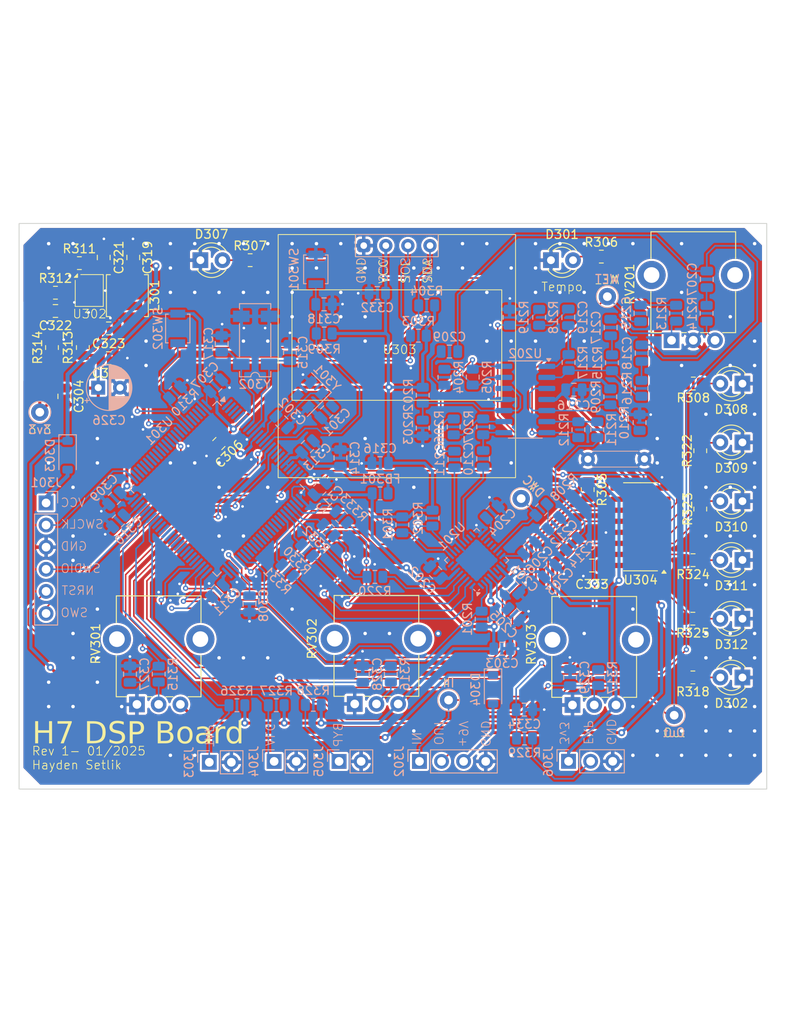
<source format=kicad_pcb>
(kicad_pcb (version 20240108) (generator "pcbnew") (generator_version "8.0")
  (layers (0 "F.Cu" signal) (1 "In1.Cu" signal) (2 "In2.Cu" signal) (31 "B.Cu" signal) (34 "B.Paste" user) (35 "F.Paste" user) (36 "B.SilkS" user "B.Silkscreen") (37 "F.SilkS" user "F.Silkscreen") (38 "B.Mask" user) (39 "F.Mask" user) (44 "Edge.Cuts" user))
  (net 0 "")
  (net 1 "GND")
  (net 2 "+3.3V")
  (net 3 "Net-(U201-REF)")
  (net 4 "Net-(U201-DVDD)")
  (net 5 "Net-(U201-AVDD)")
  (net 6 "FX_IN")
  (net 7 "Net-(C207-Pad2)")
  (net 8 "/Audio/Bias1")
  (net 9 "Net-(C209-Pad2)")
  (net 10 "/Audio/InputNeg")
  (net 11 "Net-(U201-IN1_R)")
  (net 12 "/Audio/InputPos")
  (net 13 "Net-(U201-IN1_L)")
  (net 14 "/Audio/DAC_OUT")
  (net 15 "/Audio/Bias2")
  (net 16 "Net-(C214-Pad2)")
  (net 17 "/Audio/Wet")
  (net 18 "Net-(C215-Pad2)")
  (net 19 "+9V")
  (net 20 "Net-(C217-Pad2)")
  (net 21 "Net-(C217-Pad1)")
  (net 22 "Net-(C218-Pad2)")
  (net 23 "Net-(C218-Pad1)")
  (net 24 "Net-(C219-Pad1)")
  (net 25 "Net-(C219-Pad2)")
  (net 26 "HSE_OUT")
  (net 27 "HSE_IN")
  (net 28 "Net-(C308-Pad1)")
  (net 29 "Net-(C310-Pad1)")
  (net 30 "+3.3VA")
  (net 31 "LFE_IN")
  (net 32 "LFE_OUT")
  (net 33 "NRST")
  (net 34 "VCC")
  (net 35 "Net-(U302-VAUX)")
  (net 36 "ADC_A")
  (net 37 "ADC_B")
  (net 38 "ADC_C")
  (net 39 "Net-(D302-A)")
  (net 40 "/MCU/LED_A6")
  (net 41 "ADC_EXP")
  (net 42 "Net-(D301-A)")
  (net 43 "Net-(D303-A)")
  (net 44 "Net-(D307-A)")
  (net 45 "Net-(D308-A)")
  (net 46 "Net-(D309-A)")
  (net 47 "Net-(D310-A)")
  (net 48 "Net-(D311-A)")
  (net 49 "Net-(D312-A)")
  (net 50 "SWDIO")
  (net 51 "SWCLK")
  (net 52 "SWO")
  (net 53 "FX_OUT")
  (net 54 "TAP_BTN")
  (net 55 "MODE_BTN")
  (net 56 "BYP_BTN")
  (net 57 "Net-(J306-Pin_2)")
  (net 58 "Net-(U302-L1)")
  (net 59 "Net-(U302-L2)")
  (net 60 "CODEC_NRST")
  (net 61 "Net-(U202B--)")
  (net 62 "Net-(U202A--)")
  (net 63 "Net-(U202C--)")
  (net 64 "Net-(U202D--)")
  (net 65 "CODEC_SCL")
  (net 66 "CODEC_SDA")
  (net 67 "DISP_SCL")
  (net 68 "DISP_SDA")
  (net 69 "LED_NRST")
  (net 70 "/MCU/LED_TEMPO")
  (net 71 "/MCU/LED_BYPASS")
  (net 72 "/MCU/LED_A1")
  (net 73 "BOOT0")
  (net 74 "Net-(U302-EN)")
  (net 75 "Net-(U302-PG)")
  (net 76 "/MCU/V_FB")
  (net 77 "Net-(R315-Pad1)")
  (net 78 "Net-(R316-Pad1)")
  (net 79 "Net-(R317-Pad1)")
  (net 82 "/MCU/LED_A2")
  (net 83 "/MCU/LED_A3")
  (net 84 "/MCU/LED_A4")
  (net 85 "I2S_SDO")
  (net 91 "I2S_SDI")
  (net 92 "I2S_MCLK")
  (net 94 "I2S_LR")
  (net 95 "I2S_BCLK")
  (net 106 "LED_DATA")
  (net 128 "LED_SCK")
  (net 144 "Net-(U201-DOUT)")
  (net 154 "LED_LATCH")
  (net 156 "/MCU/LED_A5")
  (net 157 "Net-(C212-Pad1)")
  (net 158 "Net-(U301-PA7)")
  (net 159 "Net-(U301-PC4)")
  (net 160 "Net-(U301-PA5)")
  (net 161 "Net-(U301-PA4)")
  (footprint "Resistor_SMD:R_0805_2012Metric" (layer "F.Cu") (at -101.4 49.375 180)
    (property "Reference" "R308")
    (property "Value" "470")
  )
  (footprint "Resistor_SMD:R_0805_2012Metric" (layer "F.Cu") (at -100.6 63.8 -90)
    (property "Reference" "R323")
    (property "Value" "470")
  )
  (footprint "Capacitor_SMD:C_0805_2012Metric" (layer "F.Cu") (at -165.82 34.889998 90)
    (property "Reference" "C319")
    (property "Value" "10u")
  )
  (footprint "Potentiometer_THT:Potentiometer_Alpha_RD901F-40-00D_Single_Vertical_CircularHoles" (layer "F.Cu") (at -165.4 86.249999 90)
    (property "Reference" "RV301")
    (property "Value" "100kB")
  )
  (footprint "Capacitor_SMD:C_0805_2012Metric" (layer "F.Cu") (at -168.645 46.464998)
    (property "Reference" "C324")
    (property "Value" "22u")
  )
  (footprint "Resistor_SMD:R_0805_2012Metric" (layer "F.Cu") (at -172.02 35.539999 180)
    (property "Reference" "R311")
    (property "Value" "10k")
  )
  (footprint "Resistor_SMD:R_0805_2012Metric" (layer "F.Cu") (at -101.45 76.4 180)
    (property "Reference" "R325")
    (property "Value" "470")
  )
  (footprint "Inductor_SMD:L_Coilcraft_XAL4020-XXX" (layer "F.Cu") (at -166.5 39.275 -90)
    (property "Reference" "L301")
    (property "Value" "1u5")
  )
  (footprint "LED_THT:LED_D3.0mm" (layer "F.Cu") (at -158.1 35.2)
    (property "Reference" "D307")
    (property "Value" "GREEN")
  )
  (footprint "Resistor_SMD:R_0805_2012Metric" (layer "F.Cu") (at -174.77 38.939998)
    (property "Reference" "R312")
    (property "Value" "100k")
  )
  (footprint "Display:SSD1306_OLED_128x64" (layer "F.Cu") (at -149.1525 32.255)
    (property "Reference" "U303")
    (property "Value" "SSD1306_OLED_128x64")
  )
  (footprint "Resistor_SMD:R_0805_2012Metric" (layer "F.Cu") (at -175.17 45.239998 90)
    (property "Reference" "R314")
    (property "Value" "5k1")
  )
  (footprint "Capacitor_SMD:C_0805_2012Metric" (layer "F.Cu") (at -155.975 56.275 -135)
    (property "Reference" "C306")
    (property "Value" "100n")
  )
  (footprint "Resistor_SMD:R_0805_2012Metric" (layer "F.Cu") (at -113.55 61.565 -90)
    (property "Reference" "R305")
    (property "Value" "47k")
  )
  (footprint "Resistor_SMD:R_0805_2012Metric" (layer "F.Cu") (at -101.425 69.675 180)
    (property "Reference" "R324")
    (property "Value" "470")
  )
  (footprint "LED_THT:LED_D3.0mm" (layer "F.Cu") (at -117.775 35.2)
    (property "Reference" "D301")
    (property "Value" "RED")
  )
  (footprint "Capacitor_SMD:C_0805_2012Metric" (layer "F.Cu") (at -169.22 34.889998 90)
    (property "Reference" "C321")
    (property "Value" "10u")
  )
  (footprint "Potentiometer_THT:Potentiometer_Alpha_RD901F-40-00D_Single_Vertical_CircularHoles" (layer "F.Cu") (at -103.903222 44.405189 90)
    (property "Reference" "RV201")
    (property "Value" "100kB")
  )
  (footprint "Package_DFN_QFN:TXN_QFN15" (layer "F.Cu") (at -170.87 38.686998)
    (property "Reference" "U302")
    (property "Value" "TPS63070")
  )
  (footprint "Capacitor_SMD:C_0805_2012Metric" (layer "F.Cu") (at -168.645001 43.039998)
    (property "Reference" "C323")
    (property "Value" "10u")
  )
  (footprint "Capacitor_SMD:C_0805_2012Metric" (layer "F.Cu") (at -173.75 50.85 -90)
    (property "Reference" "C304")
    (property "Value" "100n")
  )
  (footprint "Capacitor_SMD:C_0805_2012Metric" (layer "F.Cu") (at -174.77 41.039998 180)
    (property "Reference" "C322")
    (property "Value" "100n")
  )
  (footprint "LED_THT:LED_D3.0mm" (layer "F.Cu") (at -95.75 49.385 180)
    (property "Reference" "D308")
    (property "Value" "ORANGE")
  )
  (footprint "Resistor_SMD:R_0805_2012Metric" (layer "F.Cu") (at -100.6 57.1 -90)
    (property "Reference" "R322")
    (property "Value" "470")
  )
  (footprint "LED_THT:LED_D3.0mm" (layer "F.Cu") (at -95.75 69.65 180)
    (property "Reference" "D311")
    (property "Value" "ORANGE")
  )
  (footprint "Capacitor_SMD:C_0805_2012Metric" (layer "F.Cu") (at -113.075 70.29 180)
    (property "Reference" "C333")
    (property "Value" "100n")
  )
  (footprint "LED_THT:LED_D3.0mm" (layer "F.Cu") (at -95.75 76.405 180)
    (property "Reference" "D312")
    (property "Value" "ORANGE")
  )
  (footprint "Resistor_SMD:R_0805_2012Metric" (layer "F.Cu") (at -101.45 83.15 180)
    (property "Reference" "R318")
    (property "Value" "470")
  )
  (footprint "Package_SO:SOIC-16_3.9x9.9mm_P1.27mm" (layer "F.Cu") (at -107.475 65.84 180)
    (property "Reference" "U304")
    (property "Value" "74HC595")
  )
  (footprint "Resistor_SMD:R_0805_2012Metric" (layer "F.Cu") (at -171.62 45.239998 90)
    (property "Reference" "R313")
    (property "Value" "47k")
  )
  (footprint "LED_THT:LED_D3.0mm" (layer "F.Cu") (at -95.75 56.14 180)
    (property "Reference" "D309")
    (property "Value" "ORANGE")
  )
  (footprint "Potentiometer_THT:Potentiometer_Alpha_RD901F-40-00D_Single_Vertical_CircularHoles" (layer "F.Cu") (at -140.348389 86.199999 90)
    (property "Reference" "RV302")
    (property "Value" "100kB")
  )
  (footprint "LED_THT:LED_D3.0mm" (layer "F.Cu") (at -95.75 83.16 180)
    (property "Reference" "D302")
    (property "Value" "ORANGE")
  )
  (footprint "Resistor_SMD:R_0805_2012Metric" (layer "F.Cu") (at -111.98 34.79)
    (property "Reference" "R306")
    (property "Value" "470")
  )
  (footprint "Potentiometer_THT:Potentiometer_Alpha_RD901F-40-00D_Single_Vertical_CircularHoles" (layer "F.Cu") (at -115.296778 86.31981 90)
    (property "Reference" "RV303")
    (property "Value" "100kB")
  )
  (footprint "Resistor_SMD:R_0805_2012Metric" (layer "F.Cu") (at -152.375 35.2)
    (property "Reference" "R307")
    (property "Value" "470")
  )
  (footprint "LED_THT:LED_D3.0mm" (layer "F.Cu") (at -95.75 62.895 180)
    (property "Reference" "D310")
    (property "Value" "ORANGE")
  )
  (footprint "Resistor_SMD:R_0805_2012Metric" (layer "B.Cu") (at -145.1125 86.3 180)
    (property "Reference" "R328")
    (property "Value" "100k")
  )
  (footprint "Capacitor_SMD:C_0805_2012Metric" (layer "B.Cu") (at -155.65 44.8 90)
    (property "Reference" "C317")
    (property "Value" "6p")
  )
  (footprint "Resistor_SMD:R_0805_2012Metric" (layer "B.Cu") (at -118.875 63.875 45)
    (property "Reference" "R208")
    (property "Value" "1k")
  )
  (footprint "Capacitor_SMD:C_0805_2012Metric" (layer "B.Cu") (at -137.75 38.975)
    (property "Reference" "C332")
    (property "Value" "100n")
  )
  (footprint "Resistor_SMD:R_0805_2012Metric" (layer "B.Cu") (at -112.346778 83.16981 90)
    (property "Reference" "R317")
    (property "Value" "22k")
  )
  (footprint "Capacitor_SMD:C_0805_2012Metric" (layer "B.Cu") (at -147.8 45.8 90)
    (property "Reference" "C315")
    (property "Value" "6p")
  )
  (footprint "Capacitor_SMD:C_0805_2012Metric" (layer "B.Cu") (at -137.425 58.525 180)
    (property "Reference" "C316")
    (property "Value" "2u2")
  )
  (footprint "Capacitor_SMD:C_0805_2012Metric" (layer "B.Cu") (at -128.877189 58.107782 -90)
    (property "Reference" "C211")
    (property "Value" "100n")
  )
  (footprint "Button_Switch_SMD:SW_SPST_B3U-1000P" (layer "B.Cu") (at -144.825 36.25 -90)
    (property "Reference" "SW301")
    (property "Value" "RST")
  )
  (footprint "Capacitor_SMD:C_0805_2012Metric" (layer "B.Cu") (at -120.83 86.85)
    (property "Reference" "C334")
    (property "Value" "10n")
  )
  (footprint "Resistor_SMD:R_0805_2012Metric" (layer "B.Cu") (at -107.582943 53.857741 90)
    (property "Reference" "R210")
    (property "Value" "100k")
  )
  (footprint "Resistor_SMD:R_0805_2012Metric" (layer "B.Cu") (at -133.025 43.875 180)
    (property "Reference" "R303")
    (property "Value" "2k2")
  )
  (footprint "Resistor_SMD:R_0805_2012Metric" (layer "B.Cu") (at -115.75 46.9575 90)
    (property "Reference" "R217")
    (property "Value" "1M")
  )
  (footprint "Resistor_SMD:R_0805_2012Metric" (layer "B.Cu") (at -112.45 54.68 90)
    (property "Reference" "R211")
    (property "Value" "470k")
  )
  (footprint "Capacitor_SMD:C_0805_2012Metric" (layer "B.Cu") (at -145.78826 56.621152 45)
    (property "Reference" "C313")
    (property "Value" "100n")
  )
  (footprint "Capacitor_SMD:C_0805_2012Metric" (layer "B.Cu") (at -156.15 73.2 -135)
    (property "Reference" "C311")
    (property "Value" "100n")
  )
  (footprint "Capacitor_SMD:C_0805_2012Metric" (layer "B.Cu") (at -107.475 41.305189 90)
    (property "Reference" "C215")
    (property "Value" "1u")
  )
  (footprint "Connector_PinHeader_2.54mm:PinHeader_1x04_P2.54mm_Vertical" (layer "B.Cu") (at -132.9 92.8 -90)
    (property "Reference" "J302")
    (property "Value" "PWR")
  )
  (footprint "Resistor_SMD:R_0805_2012Metric" (layer "B.Cu") (at -128.965 54.36 -90)
    (property "Reference" "R206")
    (property "Value" "470k")
  )
  (footprint "Button_Switch_SMD:SW_SPST_B3U-1000P" (layer "B.Cu") (at -160.7 43.05 90)
    (property "Reference" "SW302")
    (property "Value" "BOOT")
  )
  (footprint "Capacitor_SMD:C_0805_2012Metric" (layer "B.Cu") (at -115.33399 67.82512 45)
    (property "Reference" "C214")
    (property "Value" "1u")
  )
  (footprint "Capacitor_SMD:C_0805_2012Metric" (layer "B.Cu") (at -125.575 58.03 -90)
    (property "Reference" "C210")
    (property "Value" "100n")
  )
  (footprint "Resistor_SMD:R_0805_2012Metric" (layer "B.Cu") (at -137.425 62 180)
    (property "Reference" "FB301")
    (property "Value" "90R")
  )
  (footprint "Capacitor_SMD:C_0805_2012Metric" (layer "B.Cu") (at -166.196778 82.76981 90)
    (property "Reference" "C327")
    (property "Value" "10n")
  )
  (footprint "Resistor_SMD:R_0805_2012Metric" (layer "B.Cu") (at -126.775 48.6375 90)
    (property "Reference" "R205")
    (property "Value" "470k")
  )
  (footprint "Resistor_SMD:R_0805_2012Metric" (layer "B.Cu") (at -153.9 86.35 180)
    (property "Reference" "R326")
    (property "Value" "100k")
  )
  (footprint "Capacitor_SMD:C_0805_2012Metric" (layer "B.Cu") (at -115.782943 41.762741 90)
    (property "Reference" "C219")
    (property "Value" "1u")
  )
  (footprint "Capacitor_SMD:C_0805_2012Metric" (layer "B.Cu") (at -122.05 75.9 -45)
    (property "Reference" "C205")
    (property "Value" "10u")
  )
  (footprint "Resistor_SMD:R_0805_2012Metric" (layer "B.Cu") (at -141.860429 64.719894 -45)
    (property "Reference" "R333")
    (property "Value" "22")
  )
  (footprint "Resistor_SMD:R_0805_2012Metric" (layer "B.Cu") (at -99.873222 41.310189 -90)
    (property "Reference" "R214")
    (property "Value" "47k")
  )
  (footprint "Capacitor_SMD:C_0805_2012Metric" (layer "B.Cu") (at -152.453389 74.714811 -90)
    (property "Reference" "C308")
    (property "Value" "2u2")
  )
  (footprint "Resistor_SMD:R_0805_2012Metric" (layer "B.Cu") (at -136.196778 82.76981 90)
    (property "Reference" "R316")
    (property "Value" "22k")
  )
  (footprint "Capacitor_SMD:C_0805_2012Metric" (layer "B.Cu") (at -123.4 79.85)
    (property "Reference" "C303")
    (property "Value" "10u")
  )
  (footprint "TestPoint:TestPoint_THTPad_D2.0mm_Drill1.0mm_VAL" (layer "B.Cu") (at -129.55 85.75)
    (property "Reference" "TP301" (hide yes))
    (property "Value" "In")
  )
  (footprint "Resistor_SMD:R_0805_2012Metric" (layer "B.Cu") (at -130.025 48.6575 90)
    (property "Reference" "R204")
    (property "Value" "470k")
  )
  (footprint "Capacitor_SMD:C_0805_2012Metric" (layer "B.Cu") (at -143.573477 52.641852 45)
    (property "Reference" "C301")
    (property "Value" "10p")
  )
  (footprint "Capacitor_SMD:C_0805_2012Metric" (layer "B.Cu") (at -129.45 45.7 180)
    (property "Reference" "C209")
    (property "Value" "1u")
  )
  (footprint "Resistor_SMD:R_0805_2012Metric" (layer "B.Cu") (at -103.383222 41.300189 -90)
    (property "Reference" "R213")
    (property "Value" "47k")
  )
  (footprint "Resistor_SMD:R_0805_2012Metric" (layer "B.Cu") (at -143.855 43.625 180)
    (property "Reference" "R309")
    (property "Value" "100k")
  )
  (footprint "Capacitor_SMD:C_0805_2012Metric" (layer "B.Cu") (at -156.33826 49.621152 45)
    (property "Reference" "C307")
    (property "Value" "100n")
  )
  (footprint "Connector_PinHeader_2.54mm:PinHeader_1x02_P2.54mm_Vertical" (layer "B.Cu") (at -157.075 92.9 -90)
    (property "Reference" "J303")
    (property "Value" "TAP")
  )
  (footprint "Resistor_SMD:R_0805_2012Metric" (layer "B.Cu") (at -132.525 50.72 -90)
    (property "Reference" "R202")
    (property "Value" "100k")
  )
  (footprint "Resistor_SMD:R_0805_2012Metric" (layer "B.Cu") (at -162.896778 82.76981 90)
    (property "Reference" "R315")
    (property "Value" "22k")
  )
  (footprint "Connector_PinHeader_2.54mm:PinHeader_1x02_P2.54mm_Vertical" (layer "B.Cu") (at -149.615 92.8 -90)
    (property "Reference" "J304")
    (property "Value" "MODE")
  )
  (footprint "Capacitor_SMD:C_0805_2012Metric" (layer "B.Cu") (at -143.875 40.275)
    (property "Reference" "C318")
    (property "Value" "100n")
  )
  (footprint "Resistor_SMD:R_0805_2012Metric" (layer "B.Cu") (at -148.085429 70.844894 -45)
    (property "Reference" "R331")
    (property "Value" "22")
  )
  (footprint "Resistor_SMD:R_0805_2012Metric" (layer "B.Cu") (at -125.575 54.35 -90)
    (property "Reference" "R207")
    (property "Value" "470k")
  )
  (footprint "Resistor_SMD:R_0805_2012Metric" (layer "B.Cu") (at -125.75 76.45 90)
    (property "Reference" "R201")
    (property "Value" "47k")
  )
  (footprint "Resistor_SMD:R_0805_2012Metric" (layer "B.Cu") (at -120.815889 90.164811)
    (property "Reference" "R329")
    (property "Value" "470k")
  )
  (footprint "Resistor_SMD:R_0805_2012Metric" (layer "B.Cu") (at -110.757943 46.987741 -90)
    (property "Reference" "R215")
    (property "Value" "470k")
  )
  (footprint "Capacitor_SMD:C_0805_2012Metric" (layer "B.Cu") (at -99.85 37.4 -90)
    (property "Reference" "C207")
    (property "Value" "1u")
  )
  (footprint "Resistor_SMD:R_0805_2012Metric" (layer "B.Cu") (at -138.025 71.6)
    (property "Reference" "R220")
    (property "Value" "22")
  )
  (footprint "Capacitor_SMD:C_0805_2012Metric" (layer "B.Cu") (at -117.916933 70.930361 45)
    (property "Reference" "C203")
    (property "Value" "10u")
  )
  (footprint "Capacitor_THT:CP_Radial_D5.0mm_P2.50mm" (layer "B.Cu") (at -169.85 49.85)
    (property "Reference" "C326")
    (property "Value" "330u")
  )
  (footprint "Connector_PinHeader_2.54mm:PinHeader_1x03_P2.54mm_Vertical" (layer "B.Cu") (at -115.75 92.79 -90)
    (property "Reference" "J306")
    (property "Value" "EXP")
  )
  (footprint "Connector:THT_GND_WIRE" (layer "B.Cu") (at -110.45 58.05 180)
    (property "Reference" "J307" (hide yes))
    (property "Value" "ScopeGroundLoop")
  )
  (footprint "Capacitor_SMD:C_0805_2012Metric" (layer "B.Cu") (at -110.907943 42.937741 -90)
    (property "Reference" "C217")
    (property "Value" "100n")
  )
  (footprint "Capacitor_SMD:C_0805_2012Metric" (layer "B.Cu") (at -141.98826 57.921152 90)
    (property "Reference" "C314")
    (property "Value" "2u2")
  )
  (footprint "Diode_SMD:D_SOD-123" (layer "B.Cu") (at -124.438389 84.529999 -90)
    (property "Reference" "D304")
    (property "Value" "PMEG3030")
  )
  (footprint "Resistor_SMD:R_0805_2012Metric" (layer "B.Cu") (at -132.075 40.4 180)
    (property "Reference" "R304")
    (property "Value" "2k2")
  )
  (footprint "Package_QFP:LQFP-100_14x14mm_P0.5mm" (layer "B.Cu") (at -156.18826 61.471152 -135)
    (property "Reference" "U301")
    (property "Value" "STM32H7B0VBT6")
  )
  (footprint "Capacitor_SMD:C_0805_2012Metric" (layer "B.Cu") (at -131.05 71.1 135)
    (property "Reference" "C202")
    (property "Value" "2u2")
  )
  (footprint "Capacitor_SMD:C_0805_2012Metric" (layer "B.Cu") (at -139.421778 82.76981 90)
    (property "Reference" "C328")
    (property "Value" "10n")
  )
  (footprint "Capacitor_SMD:C_0805_2012Metric" (layer "B.Cu") (at -122.155 72.798984 -45)
    (property "Reference" "C201")
    (property "Value" "100n")
  )
  (footprint "Capacitor_SMD:C_0805_2012Metric" (layer "B.Cu") (at -124.525 64.15 45)
    (property "Reference" "C204")
    (property "Value" "10u")
  )
  (footprint "Connector_PinHeader_2.54mm:PinHeader_1x02_P2.54mm_Vertical" (layer "B.Cu") (at -142.15 92.8 -90)
    (property "Reference" "J305")
    (property "Value" "BYP")
  )
  (footprint "TestPoint:TestPoint_THTPad_D2.0mm_Drill1.0mm_VAL" (layer "B.Cu") (at -111.29 39.39)
    (property "Reference" "TP203" (hide yes))
    (property "Value" "WET")
  )
  (footprint "Diode_SMD:D_SOD-123" (layer "B.Cu") (at -173.375 57.625 -90)
    (property "Reference" "D303")
    (property "Value" "PMEG3030")
  )
  (footprint "Resistor_SMD:R_0805_2012Metric" (layer "B.Cu") (at -119.132943 41.769526 90)
    (property "Reference" "R218")
    (property "Value" "10k")
  )
  (footprint "Resistor_SMD:R_0805_2012Metric" (layer "B.Cu") (at -149.371778 86.34481 180)
    (property "Reference" "R327")
    (property "Value" "100k")
  )
  (footprint "Resistor_SMD:R_0805_2012Metric" (layer "B.Cu") (at -161.01826 50.391152 45)
    (property "Reference" "R310")
    (property "Value" "100k")
  )
  (footprint "TestPoint:TestPoint_THTPad_D2.0mm_Drill1.0mm_VAL" (layer "B.Cu") (at -121.2 62.6 -45)
    (property "Reference" "TP202" (hide yes))
    (property "Value" "DAC")
  )
  (footprint "Resistor_SMD:R_0805_2012Metric" (layer "B.Cu") (at -134.875 65.61 -90)
    (property "Reference" "R301")
    (property "Value" "2k2")
  )
  (footprint "Capacitor_SMD:C_0805_2012Metric" (layer "B.Cu") (at -117.45 65.425 45)
    (property "Reference" "C212")
    (property "Value" "4n7")
  )
  (footprint "Resistor_SMD:R_0805_2012Metric" (layer "B.Cu") (at -143.360429 66.219894 -45)
    (property "Reference" "R332")
    (property "Value" "22")
  )
  (footprint "Resistor_SMD:R_0805_2012Metric" (layer "B.Cu") (at -107.357943 49.932741 -90)
    (property "Reference" "R216")
    (property "Value" "470k")
  )
  (footprint "Resistor_SMD:R_0805_2012Metric" (layer "B.Cu") (at -114.62 54.68 -90)
    (property "Reference" "R212")
    (property "Value" "470k")
  )
  (footprint "Package_SO:SOIC-14_3.9x8.7mm_P1.27mm" (layer "B.Cu") (at -120.725 51.21 180)
    (property "Reference" "U202")
    (property "Value" "TL074")
  )
  (footprint "Capacitor_SMD:C_0805_2012Metric" (layer "B.Cu") (at -167.53826 65.171152 -135)
    (property "Reference" "C310")
    (property "Value" "2u2")
  )
  (footprint "Capacitor_SMD:C_0805_2012Metric" (layer "B.Cu") (at -107.332943 45.882741 -90)
    (property "Reference" "C218")
    (property "Value" "100n")
  )
  (footprint "Resistor_SMD:R_0805_2012Metric" (layer "B.Cu") (at -145.835429 68.544894 -45)
    (property "Reference" "R330")
    (property "Value" "22")
  )
  (footprint "Capacitor_SMD:C_0805_2012Metric" (layer "B.Cu") (at -144.360429 61.494894 45)
    (property "Reference" "C312")
    (property "Value" "100n")
  )
  (footprint "Resistor_SMD:R_0805_2012Metric" (layer "B.Cu") (at -122.532943 41.762741 90)
    (property "Reference" "R219")
    (property "Value" "10k")
  )
  (footprint "Capacitor_SMD:C_0805_2012Metric" (layer "B.Cu") (at -120.245 68.288984 45)
    (property "Reference" "C206")
    (property "Value" "10u")
  )
  (footprint "Capacitor_SMD:C_0805_2012Metric" (layer "B.Cu") (at -115.135 50.085001)
    (property "Reference" "C216")
    (property "Value" "100n")
  )
  (footprint "Capacitor_SMD:C_0805_2012Metric" (layer "B.Cu") (at -115.571778 83.14481 90)
    (property "Reference" "C329")
    (property "Value" "10n")
  )
  (footprint "Connector_PinHeader_2.54mm:PinHeader_1x06_P2.54mm_Vertical" (layer "B.Cu") (at -175.85 63.100189 180)
    (property "Reference" "J301")
    (property "Value" "SWD Header")
  )
  (footprint "Capacitor_SMD:C_0805_2012Metric" (layer "B.Cu") (at -167.98826 62.571152 -135)
    (property "Reference" "C309")
    (property "Value" "100n")
  )
  (footprint "TestPoint:TestPoint_THTPad_D2.0mm_Drill1.0mm_VAL" (layer "B.Cu") (at -103.6 87.5 180)
    (property "Reference" "TP302" (hide yes))
    (property "Value" "Out")
  )
  (footprint "Resistor_SMD:R_0805_2012Metric" (layer "B.Cu") (at -132.525 54.495 -90)
    (property "Reference" "R203")
    (property "Value" "100k")
  )
  (footprint "Crystal:Crystal_SMD_SeikoEpson_MC306-4Pin_8.0x3.2mm" (layer "B.Cu") (at -151.8 44.4 90)
    (property "Reference" "Y302")
    (property "Value" "32.768kHZ")
  )
  (footprint "TestPoint:TestPoint_THTPad_D2.0mm_Drill1.0mm_VAL" (layer "B.Cu") (at -176.57 52.67 180)
    (property "Reference" "TP303" (hide yes))
    (property "Value" "3v3")
  )
  (footprint "Resistor_SMD:R_0805_2012Metric" (layer "B.Cu") (at -131.4 64.85 -90)
    (property "Reference" "R302")
    (property "Value" "2k2")
  )
  (footprint "Capacitor_SMD:C_0805_2012Metric" (layer "B.Cu") (at -148.728217 53.798492 135)
    (property "Reference" "C302")
    (property "Value" "10p")
  )
  (footprint "Package_DFN_QFN:VQFN-32-1EP_5x5mm_P0.5mm_EP3.1x3.1mm" (layer "B.Cu") (at -126.325 69.678984 45)
    (property "Reference" "U201")
    (property "Value" "TLV320AIC3204")
  )
  (footprint "Crystal:Crystal_SMD_EuroQuartz_MT-4Pin_3.2x2.5mm" (layer "B.Cu") (at -145.55 50.65 -135)
    (property "Reference" "Y301")
    (property "Value" "32MHz")
  )
  (footprint "Resistor_SMD:R_0805_2012Metric" (layer "B.Cu") (at -110.95 50.9075 -90)
    (property "Reference" "R209")
    (property "Value" "100k")
  )
  (gr_rect (start -178.953222 30.980189) (end -92.953222 95.980189) (stroke (width 0.1)) (fill none) (layer "Edge.Cuts"))
  (gr_text "NRST" (at -170.24 73.75 0) (layer "B.SilkS") (effects (font (size 1 1) (thickness 0.1)) (justify left bottom mirror)))
  (gr_text "BYP" (at -141.65 88.25 90) (layer "B.SilkS") (effects (font (size 1 1) (thickness 0.1)) (justify left bottom mirror)))
  (gr_text "ALG" (at -150.7 91.1 -90) (layer "B.SilkS") (effects (font (size 1 1) (thickness 0.1)) (justify left bottom mirror)))
  (gr_text "SWCLK" (at -169.18 66.13 0) (layer "B.SilkS") (effects (font (size 1 1) (thickness 0.1)) (justify left bottom mirror)))
  (gr_text "GND" (at -111.45 91 270) (layer "B.SilkS") (effects (font (size 1 1) (thickness 0.1)) (justify left bottom mirror)))
  (gr_text "TAP" (at -157.7 91.2 -90) (layer "B.SilkS") (effects (font (size 1 1) (thickness 0.1)) (justify left bottom mirror)))
  (gr_text "IN" (at -133.85 91 -90) (layer "B.SilkS") (effects (font (size 1 1) (thickness 0.1)) (justify left bottom mirror)))
  (gr_text "3v3" (at -116.85 90.95 270) (layer "B.SilkS") (effects (font (size 1 1) (thickness 0.1)) (justify left bottom mirror)))
  (gr_text "EXP" (at -114.1 90.95 -90) (layer "B.SilkS") (effects (font (size 1 1) (thickness 0.1)) (justify left bottom mirror)))
  (gr_text "SWO" (at -170.97 76.3 0) (layer "B.SilkS") (effects (font (size 1 1) (thickness 0.1)) (justify left bottom mirror)))
  (gr_text "+9V" (at -128.45 91.25 270) (layer "B.SilkS") (effects (font (size 1 1) (thickness 0.1)) (justify left bottom mirror)))
  (gr_text "GND" (at -125.9 91.2 270) (layer "B.SilkS") (effects (font (size 1 1) (thickness 0.1)) (justify left bottom mirror)))
  (gr_text "SWDIO" (at -169.49 71.22 0) (layer "B.SilkS") (effects (font (size 1 1) (thickness 0.1)) (justify left bottom mirror)))
  (gr_text "VCC" (at -171.25 63.65 0) (layer "B.SilkS") (effects (font (size 1 1) (thickness 0.1)) (justify left bottom mirror)))
  (gr_text "GND" (at -171.06 68.67 0) (layer "B.SilkS") (effects (font (size 1 1) (thickness 0.1)) (justify left bottom mirror)))
  (gr_text "OUT" (at -131.3 91 270) (layer "B.SilkS") (effects (font (size 1 1) (thickness 0.1)) (justify left bottom mirror)))
  (gr_text "Rev 1- 01/2025\nHayden Setlik" (at -177.55 93.8 0) (layer "F.SilkS") (effects (font (size 1 1) (thickness 0.1)) (justify left bottom)))
  (gr_text "H7 DSP Board" (at -177.45 91.15 0) (layer "F.SilkS") (effects (font (size 2.5 2.5) (thickness 0.1)) (justify left bottom)))
  (gr_text "Tempo" (at -118.95 38.85 0) (layer "F.SilkS") (effects (font (size 1 1) (thickness 0.1)) (justify left bottom)))
  (segment (start -173.75 51.799999) (end -172.250001 51.799999) (width 0.18) (layer "F.Cu") (net 1))
  (segment (start -175.719999 42.380001) (end -175.7 42.4) (width 0.18) (layer "F.Cu") (net 1))
  (segment (start -165.82 33.939999) (end -165.82 32.78) (width 0.18) (layer "F.Cu") (net 1))
  (segment (start -175.719999 41.039998) (end -175.719999 42.380001) (width 0.18) (layer "F.Cu") (net 1))
  (segment (start -172.250001 51.799999) (end -172.25 51.8) (width 0.18) (layer "F.Cu") (net 1))
  (segment (start -169.22 32.77) (end -169.2 32.75) (width 0.18) (layer "F.Cu") (net 1))
  (segment (start -171.095001 40.086998) (end -171.095001 41.054999) (width 0.18) (layer "F.Cu") (net 1))
  (segment (start -105 61.395) (end -105 60.15) (width 0.18) (layer "F.Cu") (net 1))
  (segment (start -171.095001 41.054999) (end -170.95 41.2) (width 0.18) (layer "F.Cu") (net 1))
  (segment (start -169.063002 38.686998) (end -169.05 38.7) (width 0.18) (layer "F.Cu") (net 1))
  (segment (start -170.27 38.686998) (end -169.063002 38.686998) (width 0.18) (layer "F.Cu") (net 1))
  (segment (start -172.02 39.47) (end -172.6 40.05) (width 0.18) (layer "F.Cu") (net 1))
  (segment (start -166.514998 46.464998) (end -166.5 46.45) (width 0.18) (layer "F.Cu") (net 1))
  (segment (start -175.17 44.327498) (end -173.822502 44.327498) (width 0.18) (layer "F.Cu") (net 1))
  (segment (start -114.024999 70.29) (end -114.024999 71.474999) (width 0.18) (layer "F.Cu") (net 1))
  (segment (start -111.425 66.475) (end -111.45 66.5) (width 0.18) (layer "F.Cu") (net 1))
  (segment (start -167.695002 42.604998) (end -168.45 41.85) (width 0.18) (layer "F.Cu") (net 1))
  (segment (start -171.595 37.286998) (end -172.863002 37.286998) (width 0.18) (layer "F.Cu") (net 1))
  (segment (start -156.646751 56.946751) (end -157.4 57.7) (width 0.18) (layer "F.Cu") (net 1))
  (segment (start -169.22 33.939999) (end -169.22 32.77) (width 0.18) (layer "F.Cu") (net 1))
  (segment (start -172.863002 37.286998) (end -173.15 37) (width 0.18) (layer "F.Cu") (net 1))
  (segment (start -165.82 32.78) (end -165.85 32.75) (width 0.18) (layer "F.Cu") (net 1))
  (segment (start -109.95 66.475) (end -111.425 66.475) (width 0.18) (layer "F.Cu") (net 1))
  (segment (start -114.024999 71.474999) (end -114.05 71.5) (width 0.18) (layer "F.Cu") (net 1))
  (segment (start -167.695001 46.464998) (end -166.514998 46.464998) (width 0.18) (layer "F.Cu") (net 1))
  (via (at -133.55 61.3) (size 0.8) (drill 0.4) (layers "F.Cu" "B.Cu") (net 1))
  (via (at -99.95 66.9) (size 0.8) (drill 0.4) (layers "F.Cu" "B.Cu") (net 1))
  (via (at -141.75 40.25) (size 0.6) (drill 0.3) (layers "F.Cu" "B.Cu") (net 1))
  (via (at -151.7 71.55) (size 0.6) (drill 0.3) (layers "F.Cu" "B.Cu") (net 1))
  (via (at -99.95 80.9) (size 0.8) (drill 0.4) (layers "F.Cu" "B.Cu") (net 1))
  (via (at -139.15 78.1) (size 0.8) (drill 0.4) (layers "F.Cu" "B.Cu") (net 1))
  (via (at -144.75 92.1) (size 0.8) (drill 0.4) (layers "F.Cu" "B.Cu") (net 1))
  (via (at -158.75 33.3) (size 0.8) (drill 0.4) (layers "F.Cu" "B.Cu") (net 1))
  (via (at -169.05 66.7) (size 0.6) (drill 0.3) (layers "F.Cu" "B.Cu") (net 1))
  (via (at -113.95 44.5) (size 0.8) (drill 0.4) (layers "F.Cu" "B.Cu") (net 1))
  (via (at -136.35 78.1) (size 0.8) (drill 0.4) (layers "F.Cu" "B.Cu") (net 1))
  (via (at -124.95 51.2) (size 0.6) (drill 0.3) (layers "F.Cu" "B.Cu") (net 1))
  (via (at -172.75 78.1) (size 0.8) (drill 0.4) (layers "F.Cu" "B.Cu") (net 1))
  (via (at -97.15 61.3) (size 0.8) (drill 0.4) (layers "F.Cu" "B.Cu") (net 1))
  (via (at -153.15 80.9) (size 0.8) (drill 0.4) (layers "F.Cu" "B.Cu") (net 1))
  (via (at -122.5 39.6) (size 0.6) (drill 0.3) (layers "F.Cu" "B.Cu") (net 1))
  (via (at -97.15 72.5) (size 0.8) (drill 0.4) (layers "F.Cu" "B.Cu") (net 1))
  (via (at -142.45 60.4) (size 0.6) (drill 0.3) (layers "F.Cu" "B.Cu") (net 1))
  (via (at -150.35 61.3) (size 0.8) (drill 0.4) (layers "F.Cu" "B.Cu") (net 1))
  (via (at -129.15 67.25) (size 0.6) (drill 0.3) (layers "F.Cu" "B.Cu") (net 1))
  (via (at -159.6 49) (size 0.6) (drill 0.3) (layers "F.Cu" "B.Cu") (net 1))
  (via (at -133.55 36.1) (size 0.8) (drill 0.4) (layers "F.Cu" "B.Cu") (net 1))
  (via (at -102.75 89.3) (size 0.8) (drill 0.4) (layers "F.Cu" "B.Cu") (net 1))
  (via (at -158.75 58.5) (size 0.8) (drill 0.4) (layers "F.Cu" "B.Cu") (net 1))
  (via (at -169.95 55.7) (size 0.8) (drill 0.4) (layers "F.Cu" "B.Cu") (net 1))
  (via (at -175.55 58.5) (size 0.8) (drill 0.4) (layers "F.Cu" "B.Cu") (net 1))
  (via (at -108.35 92.1) (size 0.8) (drill 0.4) (layers "F.Cu" "B.Cu") (net 1))
  (via (at -161.55 36.1) (size 0.8) (drill 0.4) (layers "F.Cu" "B.Cu") (net 1))
  (via (at -161.55 92.1) (size 0.8) (drill 0.4) (layers "F.Cu" "B.Cu") (net 1))
  (via (at -126.35 65.65) (size 0.6) (drill 0.3) (layers "F.Cu" "B.Cu") (net 1))
  (via (at -152.25 58.1) (size 0.6) (drill 0.3) (layers "F.Cu" "B.Cu") (net 1))
  (via (at -99.95 52.9) (size 0.8) (drill 0.4) (layers "F.Cu" "B.Cu") (net 1))
  (via (at -158.75 51.15) (size 0.6) (drill 0.3) (layers "F.Cu" "B.Cu") (net 1))
  (via (at -153.9 72.2) (size 0.6) (drill 0.3) (layers "F.Cu" "B.Cu") (net 1))
  (via (at -122.35 36.1) (size 0.8) (drill 0.4) (layers "F.Cu" "B.Cu") (net 1))
  (via (at -97.15 41.7) (size 0.8) (drill 0.4) (layers "F.Cu" "B.Cu") (net 1))
  (via (at -153.15 33.3) (size 0.8) (drill 0.4) (layers "F.Cu" "B.Cu") (net 1))
  (via (at -157.4 57.7) (size 0.6) (drill 0.3) (layers "F.Cu" "B.Cu") (net 1))
  (via (at -119.55 44.5) (size 0.8) (drill 0.4) (layers "F.Cu" "B.Cu") (net 1))
  (via (at -158.75 38.9) (size 0.8) (drill 0.4) (layers "F.Cu" "B.Cu") (net 1))
  (via (at -97.15 52.9) (size 0.8) (drill 0.4) (layers "F.Cu" "B.Cu") (net 1))
  (via (at -144.75 33.3) (size 0.8) (drill 0.4) (layers "F.Cu" "B.Cu") (net 1))
  (via (at -120.35 75.55) (size 0.6) (drill 0.3) (layers "F.Cu" "B.Cu") (net 1))
  (via (at -94.35 61.3) (size 0.8) (drill 0.4) (layers "F.Cu" "B.Cu") (net 1))
  (via (at -119.55 38.9) (size 0.8) (drill 0.4) (layers "F.Cu" "B.Cu") (net 1))
  (via (at -118.6 68.75) (size 0.6) (drill 0.3) (layers "F.Cu" "B.Cu") (net 1))
  (via (at -115.6 80.85) (size 0.6) (drill 0.3) (layers "F.Cu" "B.Cu") (net 1))
  (via (at -152.45 76.7) (size 0.6) (drill 0.3) (layers "F.Cu" "B.Cu") (net 1))
  (via (at -105.55 55.7) (size 0.8) (drill 0.4) (layers "F.Cu" "B.Cu") (net 1))
  (via (at -146.75 53.15) (size 0.6) (drill 0.3) (layers "F.Cu" "B.Cu") (net 1))
  (via (at -97.15 80.9) (size 0.8) (drill 0.4) (layers "F.Cu" "B.Cu") (net 1))
  (via (at -94.35 78.1) (size 0.8) (drill 0.4) (layers "F.Cu" "B.Cu") (net 1))
  (via (at -106.3 52.95) (size 0.6) (drill 0.3) (layers "F.Cu" "B.Cu") (net 1))
  (via (at -108.35 75.3) (size 0.8) (drill 0.4) (layers "F.Cu" "B.Cu") (net 1))
  (via (at -94.35 44.5) (size 0.8) (drill 0.4) (layers "F.Cu" "B.Cu") (net 1))
  (via (at -173.822502 44.327498) (size 0.6) (drill 0.3) (layers "F.Cu" "B.Cu") (net 1))
  (via (at -118.55 86.85) (size 0.6) (drill 0.3) (layers "F.Cu" "B.Cu") (net 1))
  (via (at -119.55 33.3) (size 0.8) (drill 0.4) (layers "F.Cu" "B.Cu") (net 1))
  (via (at -99.95 72.5) (size 0.8) (drill 0.4) (layers "F.Cu" "B.Cu") (net 1))
  (via (at -97.15 58.5) (size 0.8) (drill 0.4) (layers "F.Cu" "B.Cu") (net 1))
  (via (at -116.75 38.9) (size 0.8) (drill 0.4) (layers "F.Cu" "B.Cu") (net 1))
  (via (at -153.15 38.9) (size 0.8) (drill 0.4) (layers "F.Cu" "B.Cu") (net 1))
  (via (at -99.95 78.1) (size 0.8) (drill 0.4) (layers "F.Cu" "B.Cu") (net 1))
  (via (at -94.35 80.9) (size 0.8) (drill 0.4) (layers "F.Cu" "B.Cu") (net 1))
  (via (at -127.95 36.1) (size 0.8) (drill 0.4) (layers "F.Cu" "B.Cu") (net 1))
  (via (at -158.75 92.1) (size 0.8) (drill 0.4) (layers "F.Cu" "B.Cu") (net 1))
  (via (at -102.75 92.1) (size 0.8) (drill 0.4) (layers "F.Cu" "B.Cu") (net 1))
  (via (at -164.7 54.65) (size 0.6) (drill 0.3) (layers "F.Cu" "B.Cu") (net 1))
  (via (at -105 60.15) (size 0.6) (drill 0.3) (layers "F.Cu" "B.Cu") (net 1))
  (via (at -161.55 58.5) (size 0.8) (drill 0.4) (layers "F.Cu" "B.Cu") (net 1))
  (via (at -114.05 71.5) (size 0.6) (drill 0.3) (layers "F.Cu" "B.Cu") (net 1))
  (via (at -150.35 44.5) (size 0.8) (drill 0.4) (layers "F.Cu" "B.Cu") (net 1))
  (via (at -162.9 73.35) (size 0.6) (drill 0.3) (layers "F.Cu" "B.Cu") (net 1))
  (via (at -169.05 38.7) (size 0.6) (drill 0.3) (layers "F.Cu" "B.Cu") (net 1))
  (via (at -102.75 47.3) (size 0.8) (drill 0.4) (layers "F.Cu" "B.Cu") (net 1))
  (via (at -153.25 63.5) (size 0.6) (drill 0.3) (layers "F.Cu" "B.Cu") (net 1))
  (via (at -175.55 36.1) (size 0.8) (drill 0.4) (layers "F.Cu" "B.Cu") (net 1))
  (via (at -105.55 89.3) (size 0.8) (drill 0.4) (layers "F.Cu" "B.Cu") (net 1))
  (via (at -108.35 86.5) (size 0.8) (drill 0.4) (layers "F.Cu" "B.Cu") (net 1))
  (via (at -169.95 75.3) (size 0.8) (drill 0.4) (layers "F.Cu" "B.Cu") (net 1))
  (via (at -172.75 66.9) (size 0.8) (drill 0.4) (layers "F.Cu" "B.Cu") (net 1))
  (via (at -159.5 56.55) (size 0.6) (drill 0.3) (layers "F.Cu" "B.Cu") (net 1))
  (via (at -155.2 64.7) (size 0.6) (drill 0.3) (layers "F.Cu" "B.Cu") (net 1))
  (via (at -99.95 92.1) (size 0.8) (drill 0.4) (layers "F.Cu" "B.Cu") (net 1))
  (via (at -172.75 33.3) (size 0.8) (drill 0.4) (layers "F.Cu" "B.Cu") (net 1))
  (via (at -139.15 55.7) (size 0.8) (drill 0.4) (layers "F.Cu" "B.Cu") (net 1))
  (via (at -105.55 92.1) (size 0.8) (drill 0.4) (layers "F.Cu" "B.Cu") (net 1))
  (via (at -97.15 66.9) (size 0.8) (drill 0.4) (layers "F.Cu" "B.Cu") (net 1))
  (via (at -111.8 72.35) (size 0.6) (drill 0.3) (layers "F.Cu" "B.Cu") (net 1))
  (via (at -168.45 41.85) (size 0.6) (drill 0.3) (layers "F.Cu" "B.Cu") (net 1))
  (via (at -139.15 41.7) (size 0.8) (drill 0.4) (layers "F.Cu" "B.Cu") (net 1))
  (via (at -169.95 83.7) (size 0.8) (drill 0.4) (layers "F.Cu" "B.Cu") (net 1))
  (via (at -139.15 36.1) (size 0.8) (drill 0.4) (layers "F.Cu" "B.Cu") (net 1))
  (via (at -172.75 69.7) (size 0.8) (drill 0.4) (layers "F.Cu" "B.Cu") (net 1))
  (via (at -94.35 72.5) (size 0.8) (drill 0.4) (layers "F.Cu" "B.Cu") (net 1))
  (via (at -175.55 33.3) (size 0.8) (drill 0.4) (layers "F.Cu" "B.Cu") (net 1))
  (via (at -169.95 58.5) (size 0.8) (drill 0.4) (layers "F.Cu" "B.Cu") (net 1))
  (via (at -150.35 38.9) (size 0.8) (drill 0.4) (layers "F.Cu" "B.Cu") (net 1))
  (via (at -133.05 64.85) (size 0.6) (drill 0.3) (layers "F.Cu" "B.Cu") (net 1))
  (via (at -145 59.8) (size 0.6) (drill 0.3) (layers "F.Cu" "B.Cu") (net 1))
  (via (at -155.6 42.55) (size 0.6) (drill 0.3) (layers "F.Cu" "B.Cu") (net 1))
  (via (at -94.35 66.9) (size 0.8) (drill 0.4) (layers "F.Cu" "B.Cu") (net 1))
  (via (at -147.55 36.1) (size 0.8) (drill 0.4) (layers "F.Cu" "B.Cu") (net 1))
  (via (at -102.75 38.9) (size 0.8) (drill 0.4) (layers "F.Cu" "B.Cu") (net 1))
  (via (at -136.35 92.1) (size 0.8) (drill 0.4) (layers "F.Cu" "B.Cu") (net 1))
  (via (at -175.55 86.5) (size 0.8) (drill 0.4) (layers "F.Cu" "B.Cu") (net 1))
  (via (at -132.55 56.55) (size 0.6) (drill 0.3) (layers "F.Cu" "B.Cu") (net 1))
  (via (at -167.15 86.5) (size 0.8) (drill 0.4) (layers "F.Cu" "B.Cu") (net 1))
  (via (at -165.95 53.2) (size 0.6) (drill 0.3) (layers "F.Cu" "B.Cu") (net 1))
  (via (at -141.8 73.85) (size 0.6) (drill 0.3) (layers "F.Cu" "B.Cu") (net 1))
  (via (at -175.7 42.4) (size 0.6) (drill 0.3) (layers "F.Cu" "B.Cu") (net 1))
  (via (at -115.9 65.65) (size 0.6) (drill 0.3) (layers "F.Cu" "B.Cu") (net 1))
  (via (at -169.2 32.75) (size 0.6) (drill 0.3) (layers "F.Cu" "B.Cu") (net 1))
  (via (at -94.35 92.1) (size 0.8) (drill 0.4) (layers "F.Cu" "B.Cu") (net 1))
  (via (at -172.75 86.5) (size 0.8) (drill 0.4) (layers "F.Cu" "B.Cu") (net 1))
  (via (at -124.75 42.65) (size 0.6) (drill 0.3) (layers "F.Cu" "B.Cu") (net 1))
  (via (at -122.35 92.1) (size 0.8) (drill 0.4) (layers "F.Cu" "B.Cu") (net 1))
  (via (at -97.15 47.3) (size 0.8) (drill 0.4) (layers "F.Cu" "B.Cu") (net 1))
  (via (at -141.95 33.3) (size 0.8) (drill 0.4) (layers "F.Cu" "B.Cu") (net 1))
  (via (at -169.5 64.05) (size 0.6) (drill 0.3) (layers "F.Cu" "B.Cu") (net 1))
  (via (at -147.55 38.9) (size 0.8) (drill 0.4) (layers "F.Cu" "B.Cu") (net 1))
  (via (at -97.15 89.3) (size 0.8) (drill 0.4) (layers "F.Cu" "B.Cu") (net 1))
  (via (at -155.95 38.9) (size 0.8) (drill 0.4) (layers "F.Cu" "B.Cu") (net 1))
  (via (at -94.35 52.9) (size 0.8) (drill 0.4) (layers "F.Cu" "B.Cu") (net 1))
  (via (at -175.55 83.7) (size 0.8) (drill 0.4) (layers "F.Cu" "B.Cu") (net 1))
  (via (at -113.95 33.3) (size 0.8) (drill 0.4) (layers "F.Cu" "B.Cu") (net 1))
  (via (at -113.95 78.1) (size 0.8) (drill 0.4) (layers "F.Cu" "B.Cu") (net 1))
  (via (at -172.75 61.3) (size 0.8) (drill 0.4) (layers "F.Cu" "B.Cu") (net 1))
  (via (at -97.15 92.1) (size 0.8) (drill 0.4) (layers "F.Cu" "B.Cu") (net 1))
  (via (at -153.15 44.5) (size 0.8) (drill 0.4) (layers "F.Cu" "B.Cu") (net 1))
  (via (at -99.95 61.3) (size 0.8) (drill 0.4) (layers "F.Cu" "B.Cu") (net 1))
  (via (at -153.15 66.9) (size 0.8) (drill 0.4) (layers "F.Cu" "B.Cu") (net 1))
  (via (at -130.75 38.9) (size 0.8) (drill 0.4) (layers "F.Cu" "B.Cu") (net 1))
  (via (at -166.5 46.45) (size 0.6) (drill 0.3) (layers "F.Cu" "B.Cu") (net 1))
  (via (at -170.95 41.2) (size 0.6) (drill 0.3) (layers "F.Cu" "B.Cu") (net 1))
  (via (at -125.15 44.5) (size 0.8) (drill 0.4) (layers "F.Cu" "B.Cu") (net 1))
  (via (at -130.75 69.5) (size 0.6) (drill 0.3) (layers "F.Cu" "B.Cu") (net 1))
  (via (at -121.55 79.85) (size 0.6) (drill 0.3) (layers "F.Cu" "B.Cu") (net 1))
  (via (at -127.95 33.3) (size 0.8) (drill 0.4) (layers "F.Cu" "B.Cu") (net 1))
  (via (at -164.35 47.3) (size 0.8) (drill 0.4) (layers "F.Cu" "B.Cu") (net 1))
  (via (at -154.75 49.85) (size 0.6) (drill 0.3) (layers "F.Cu" "B.Cu") (net 1))
  (via (at -112.85 50.05) (size 0.6) (drill 0.3) (layers "F.Cu" "B.Cu") (net 1))
  (via (at -164.55 62.1) (size 0.6) (drill 0.3) (layers "F.Cu" "B.Cu") (net 1))
  (via (at -116.3 71.25) (size 0.6) (drill 0.3) (layers "F.Cu" "B.Cu") (net 1))
  (via (at -173.15 37) (size 0.6) (drill 0.3) (layers "F.Cu" "B.Cu") (net 1))
  (via (at -139.95 39) (size 0.6) (drill 0.3) (layers "F.Cu" "B.Cu") (net 1))
  (via (at -139.45 80.15) (size 0.6) (drill 0.3) (layers "F.Cu" "B.Cu") (net 1))
  (via (at -139.55 58.55) (size 0.6) (drill 0.3) (layers "F.Cu" "B.Cu") (net 1))
  (via (at -150.35 33.3) (size 0.8) (drill 0.4) (layers "F.Cu" "B.Cu") (net 1))
  (via (at -133.55 89.3) (size 0.8) (drill 0.4) (layers "F.Cu" "B.Cu") (net 1))
  (via (at -94.35 89.3) (size 0.8) (drill 0.4) (layers "F.Cu" "B.Cu") (net 1))
  (via (at -130.75 36.1) (size 0.8) (drill 0.4) (layers "F.Cu" "B.Cu") (net 1))
  (via (at -94.35 58.5) (size 0.8) (drill 0.4) (layers "F.Cu" "B.Cu") (net 1))
  (via (at -132.2 41.7) (size 0.6) (drill 0.3) (layers "F.Cu" "B.Cu") (net 1))
  (via (at -169.95 80.9) (size 0.8) (drill 0.4) (layers "F.Cu" "B.Cu") (net 1))
  (via (at -140.4 69.25) (size 0.6) (drill 0.3) (layers "F.Cu" "B.Cu") (net 1))
  (via (at -164.35 44.5) (size 0.8) (drill 0.4) (layers "F.Cu" "B.Cu") (net 1))
  (via (at -172.6 40.05) (size 0.6) (drill 0.3) (layers "F.Cu" "B.Cu") (net 1))
  (via (at -141.95 41.7) (size 0.8) (drill 0.4) (layers "F.Cu" "B.Cu") (net 1))
  (via (at -172.75 80.9) (size 0.8) (drill 0.4) (layers "F.Cu" "B.Cu") (net 1))
  (via (at -97.15 78.1) (size 0.8) (drill 0.4) (layers "F.Cu" "B.Cu") (net 1))
  (via (at -111.45 66.5) (size 0.6) (drill 0.3) (layers "F.Cu" "B.Cu") (net 1))
  (via (at -97.15 86.5) (size 0.8) (drill 0.4) (layers "F.Cu" "B.Cu") (net 1))
  (via (at -125.15 33.3) (size 0.8) (drill 0.4) (layers "F.Cu" "B.Cu") (net 1))
  (via (at -161.55 74.3) (size 0.6) (drill 0.3) (layers "F.Cu" "B.Cu") (net 1))
  (via (at -144.75 36.1) (size 0.8) (drill 0.4) (layers "F.Cu" "B.Cu") (net 1))
  (via (at -149.3 62.95) (size 0.6) (drill 0.3) (layers "F.Cu" "B.Cu") (net 1))
  (via (at -155.95 66.9) (size 0.8) (drill 0.4) (layers "F.Cu" "B.Cu") (net 1))
  (via (at -113.95 38.9) (size 0.8) (drill 0.4) (layers "F.Cu" "B.Cu") (net 1))
  (via (at -147.55 33.3) (size 0.8) (drill 0.4) (layers "F.Cu" "B.Cu") (net 1))
  (via (at -165.85 32.75) (size 0.6) (drill 0.3) (layers "F.Cu" "B.Cu") (net 1))
  (via (at -150.35 80.9) (size 0.8) (drill 0.4) (layers "F.Cu" "B.Cu") (net 1))
  (via (at -116.75 33.3) (size 0.8) (drill 0.4) (layers "F.Cu" "B.Cu") (net 1))
  (via (at -94.35 33.3) (size 0.8) (drill 0.4) (layers "F.Cu" "B.Cu") (net 1))
  (via (at -152.75 55.8) (size 0.6) (drill 0.3) (layers "F.Cu" "B.Cu") (net 1))
  (via (at -161.55 33.3) (size 0.8) (drill 0.4) (layers "F.Cu" "B.Cu") (net 1))
  (via (at -122.35 58.5) (size 0.8) (drill 0.4) (layers "F.Cu" "B.Cu") (net 1))
  (via (at -155.95 80.9) (size 0.8) (drill 0.4) (layers "F.Cu" "B.Cu") (net 1))
  (via (at -138.05 70.15) (size 0.6) (drill 0.3) (layers "F.Cu" "B.Cu") (net 1))
  (via (at -125.15 38.9) (size 0.8) (drill 0.4) (layers "F.Cu" "B.Cu") (net 1))
  (via (at -99.95 86.5) (size 0.8) (drill 0.4) (layers "F.Cu" "B.Cu") (net 1))
  (via (at -105.55 58.5) (size 0.8) (drill 0.4) (layers "F.Cu" "B.Cu") (net 1))
  (via (at -136.05 65.6) (size 0.6) (drill 0.3) (layers "F.Cu" "B.Cu") (net 1))
  (via (at -144 57.05) (size 0.6) (drill 0.3) (layers "F.Cu" "B.Cu") (net 1))
  (via (at -164.35 33.3) (size 0.8) (drill 0.4) (layers "F.Cu" "B.Cu") (net 1))
  (via (at -120.7 72.25) (size 0.6) (drill 0.3) (layers "F.Cu" "B.Cu") (net 1))
  (via (at -157.1 72.35) (size 0.6) (drill 0.3) (layers "F.Cu" "B.Cu") (net 1))
  (via (at -147.55 41.7) (size 0.8) (drill 0.4) (layers "F.Cu" "B.Cu") (net 1))
  (via (at -166.2 80.75) (size 0.6) (drill 0.3) (layers "F.Cu" "B.Cu") (net 1))
  (via (at -130.75 78.1) (size 0.8) (drill 0.4) (layers "F.Cu" "B.Cu") (net 1))
  (via (at -99.95 89.3) (size 0.8) (drill 0.4) (layers "F.Cu" "B.Cu") (net 1))
  (via (at -172.25 51.8) (size 0.6) (drill 0.3) (layers "F.Cu" "B.Cu") (net 1))
  (via (at -139.15 44.5) (size 0.8) (drill 0.4) (layers "F.Cu" "B.Cu") (net 1))
  (via (at -153.1 43) (size 0.6) (drill 0.3) (layers "F.Cu" "B.Cu") (net 1))
  (via (at -147.55 75.3) (size 0.8) (drill 0.4) (layers "F.Cu" "B.Cu") (net 1))
  (via (at -141.95 38.9) (size 0.8) (drill 0.4) (layers "F.Cu" "B.Cu") (net 1))
  (via (at -111.15 33.3) (size 0.8) (drill 0.4) (layers "F.Cu" "B.Cu") (net 1))
  (via (at -119.55 36.1) (size 0.8) (drill 0.4) (layers "F.Cu" "B.Cu") (net 1))
  (via (at -155.95 61.3) (size 0.8) (drill 0.4) (layers "F.Cu" "B.Cu") (net 1))
  (via (at -155.95 33.3) (size 0.8) (drill 0.4) (layers "F.Cu" "B.Cu") (net 1))
  (via (at -94.35 86.5) (size 0.8) (drill 0.4) (layers "F.Cu" "B.Cu") (net 1))
  (via (at -102.75 33.3) (size 0.8) (drill 0.4) (layers "F.Cu" "B.Cu") (net 1))
  (via (at -160.7 73.55) (size 0.6) (drill 0.3) (layers "F.Cu" "B.Cu") (net 1))
  (via (at -94.35 47.3) (size 0.8) (drill 0.4) (layers "F.Cu" "B.Cu") (net 1))
  (via (at -124.85 62.45) (size 0.6) (drill 0.3) (layers "F.Cu" "B.Cu") (net 1))
  (via (at -133.9 47.6) (size 0.6) (drill 0.3) (layers "F.Cu" "B.Cu") (net 1))
  (via (at -144.25 72.65) (size 0.6) (drill 0.3) (layers "F.Cu" "B.Cu") (net 1))
  (via (at -108.35 33.3) (size 0.8) (drill 0.4) (layers "F.Cu" "B.Cu") (net 1))
  (via (at -146.5 61.9) (size 0.6) (drill 0.3) (layers "F.Cu" "B.Cu") (net 1))
  (via (at -155.95 58.5) (size 0.8) (drill 0.4) (layers "F.Cu" "B.Cu") (net 1))
  (via (at -122.35 44.5) (size 0.8) (drill 0.4) (layers "F.Cu" "B.Cu") (net 1))
  (via (at -161.55 38.9) (size 0.8) (drill 0.4) (layers "F.Cu" "B.Cu") (net 1))
  (via (at -150.65 43) (size 0.6) (drill 0.3) (layers "F.Cu" "B.Cu") (net 1))
  (via (at -146.3 48.35) (size 0.6) (drill 0.3) (layers "F.Cu" "B.Cu") (net 1))
  (via (at -155.55 68.5) (size 0.6) (drill 0.3) (layers "F.Cu" "B.Cu") (net 1))
  (via (at -147.8 43.55) (size 0.6) (drill 0.3) (layers "F.Cu" "B.Cu") (net 1))
  (via (at -160.5 72.4) (size 0.6) (drill 0.3) (layers "F.Cu" "B.Cu") (net 1))
  (segment (start -157.74498 52.15502) (end -158.75 51.15) (width 0.18) (layer "B.Cu") (net 1))
  (segment (start -154.650303 70.787284) (end -153.9 71.537587) (width 0.18) (layer "B.Cu") (net 1))
  (segment (start -123.853249 63.446751) (end -124.85 62.45) (width 0.18) (layer "B.Cu") (net 1))
  (segment (start -139.421778 80.178222) (end -139.45 80.15) (width 0.18) (layer "B.Cu") (net 1))
  (segment (start -146.75 53.163777) (end -146.75 53.15) (width 0.18) (layer "B.Cu") (net 1))
  (segment (start -106.304759 52.945241) (end -106.3 52.95) (width 0.18) (layer "B.Cu") (net 1))
  (segment (start -107.582943 52.945241) (end -106.304759 52.945241) (width 0.18) (layer "B.Cu") (net 1))
  (segment (start -116.778249 64.771751) (end -115.9 65.65) (width 0.18) (layer "B.Cu") (net 1))
  (segment (start -156.821751 73.871751) (end -156.821751 72.628249) (width 0.18) (layer "B.Cu") (net 1))
  (segment (start -148.056466 54.470243) (end -146.75 53.163777) (width 0.18) (layer "B.Cu") (net 1))
  (segment (start -150.2 41.65) (end -150.2 42.55) (width 0.18) (layer "B.Cu") (net 1))
  (segment (start -121.371751 76.571751) (end -120.35 75.55) (width 0.18) (layer "B.Cu") (net 1))
  (segment (start -146.518575 61.918575) (end -146.5 61.9) (width 0.18) (layer "B.Cu") (net 1))
  (segment (start -141.775 40.275) (end -141.75 40.25) (width 0.18) (layer "B.Cu") (net 1))
  (segment (start -168.210011 65.860011) (end -169.05 66.7) (width 0.18) (layer "B.Cu") (net 1))
  (segment (start -151.821876 54.983447) (end -152.638429 55.8) (width 0.18) (layer "B.Cu") (net 1))
  (segment (start -165.459109 63.009109) (end -164.55 62.1) (width 0.18) (layer "B.Cu") (net 1))
  (segment (start -143.688678 60.823143) (end -142.873143 60.823143) (width 0.18) (layer "B.Cu") (net 1))
  (segment (start -150.2 42.55) (end -150.65 43) (width 0.18) (layer "B.Cu") (net 1))
  (segment (start -165.504392 63.009109) (end -165.459109 63.009109) (width 0.18) (layer "B.Cu") (net 1))
  (segment (start -128.932456 70.518673) (end -128.092767 69.678984) (width 0.18) (layer "B.Cu") (net 1))
  (segment (start -112.885001 50.085001) (end -112.85 50.05) (width 0.18) (layer "B.Cu") (net 1))
  (segment (start -138.699999 38.975) (end -139.925 38.975) (width 0.18) (layer "B.Cu") (net 1))
  (segment (start -117.245182 70.304818) (end -116.3 71.25) (width 0.18) (layer "B.Cu") (net 1))
  (segment (start -125.838864 66.717974) (end -125.838864 66.161136) (width 0.18) (layer "B.Cu") (net 1))
  (segment (start -124.424651 71.22578) (end -125.971447 69.678984) (width 0.18) (layer "B.Cu") (net 1))
  (segment (start -145.414214 49.235786) (end -146.3 48.35) (width 0.18) (layer "B.Cu") (net 1))
  (segment (start -142.873143 60.823143) (end -142.45 60.4) (width 0.18) (layer "B.Cu") (net 1))
  (segment (start -139.525 58.525) (end -139.55 58.55) (width 0.18) (layer "B.Cu") (net 1))
  (segment (start -122.450001 79.85) (end -121.55 79.85) (width 0.18) (layer "B.Cu") (net 1))
  (segment (start -122.532943 40.850241) (end -122.532943 39.632943) (width 0.18) (layer "B.Cu") (net 1))
  (segment (start -128.267812 68.132188) (end -129.15 67.25) (width 0.18) (layer "B.Cu") (net 1))
  (segment (start -124.94 51.21) (end -124.95 51.2) (width 0.18) (layer "B.Cu") (net 1))
  (segment (start -153.9 71.537587) (end -153.9 72.2) (width 0.18) (layer "B.Cu") (net 1))
  (segment (start -168.692903 63.242903) (end -169.5 64.05) (width 0.18) (layer "B.Cu") (net 1))
  (segment (start -153.4 41.65) (end -153.4 42.7) (width 0.18) (layer "B.Cu") (net 1))
  (segment (start -152.453389 75.66481) (end -152.453389 76.696611) (width 0.18) (layer "B.Cu") (net 1))
  (segment (start -166.196778 81.819811) (end -166.196778 80.753222) (width 0.18) (layer "B.Cu") (net 1))
  (segment (start -123.2 51.21) (end -124.94 51.21) (width 0.18) (layer "B.Cu") (net 1))
  (segment (start -114.185001 50.085001) (end -112.885001 50.085001) (width 0.18) (layer "B.Cu") (net 1))
  (segment (start -155.65 42.6) (end -155.6 42.55) (width 0.18) (layer "B.Cu") (net 1))
  (segment (start -138.375 58.525) (end -139.525 58.525) (width 0.18) (layer "B.Cu") (net 1))
  (segment (start -132.525 56.525) (end -132.55 56.55) (width 0.18) (layer "B.Cu") (net 1))
  (segment (start -143.921153 56.971153) (end -144 57.05) (width 0.18) (layer "B.Cu") (net 1))
  (segment (start -121.483249 73.033249) (end -120.7 72.25) (width 0.18) (layer "B.Cu") (net 1))
  (segment (start -139.421778 81.819811) (end -139.421778 80.178222) (width 0.18) (layer "B.Cu") (net 1))
  (segment (start -166.196778 80.753222) (end -166.2 80.75) (width 0.18) (layer "B.Cu") (net 1))
  (segment (start -144.245228 53.313603) (end -145.494617 52.064214) (width 0.18) (layer "B.Cu") (net 1))
  (segment (start -142.925001 40.275) (end -141.775 40.275) (width 0.18) (layer "B.Cu") (net 1))
  (segment (start -122.532943 39.632943) (end -122.5 39.6) (width 0.18) (layer "B.Cu") (net 1))
  (segment (start -146.518575 62.655556) (end -146.518575 61.918575) (width 0.18) (layer "B.Cu") (net 1))
  (segment (start -119.880001 86.85) (end -118.55 86.85) (width 0.18) (layer "B.Cu") (net 1))
  (segment (start -139.925 38.975) (end -139.95 39) (width 0.18) (layer "B.Cu") (net 1))
  (segment (start -156.821751 72.628249) (end -157.1 72.35) (width 0.18) (layer "B.Cu") (net 1))
  (segment (start -147.8 44.850001) (end -147.8 43.55) (width 0.18) (layer "B.Cu") (net 1))
  (segment (start -132.525 55.4075) (end -132.525 56.525) (width 0.18) (layer "B.Cu") (net 1))
  (segment (start -153.4 42.7) (end -153.1 43) (width 0.18) (layer "B.Cu") (net 1))
  (segment (start -160.345917 49.745917) (end -159.6 49) (width 0.18) (layer "B.Cu") (net 1))
  (segment (start -141.98826 56.971153) (end -143.921153 56.971153) (width 0.18) (layer "B.Cu") (net 1))
  (segment (start -152.453389 76.696611) (end -152.45 76.7) (width 0.18) (layer "B.Cu") (net 1))
  (segment (start -131.678249 70.428249) (end -130.75 69.5) (width 0.18) (layer "B.Cu") (net 1))
  (segment (start -152.638429 55.8) (end -152.75 55.8) (width 0.18) (layer "B.Cu") (net 1))
  (segment (start -145.691421 52.091421) (end -146.75 53.15) (width 0.18) (layer "B.Cu") (net 1))
  (segment (start -145.100599 55.949401) (end -144 57.05) (width 0.18) (layer "B.Cu") (net 1))
  (segment (start -155.650599 48.949401) (end -154.75 49.85) (width 0.18) (layer "B.Cu") (net 1))
  (segment (start -155.65 43.850001) (end -155.65 42.6) (width 0.18) (layer "B.Cu") (net 1))
  (segment (start -125.838864 66.161136) (end -126.35 65.65) (width 0.18) (layer "B.Cu") (net 1))
  (segment (start -115.571778 80.878222) (end -115.6 80.85) (width 0.18) (layer "B.Cu") (net 1))
  (segment (start -128.225349 68.132188) (end -126.678553 69.678984) (width 0.18) (layer "B.Cu") (net 1))
  (segment (start -115.571778 82.194811) (end -115.571778 80.878222) (width 0.18) (layer "B.Cu") (net 1))
  (segment (start -119.573249 67.776751) (end -118.6 68.75) (width 0.18) (layer "B.Cu") (net 1))
  (segment (start -169.85 49.85) (end -169.85 46.719999) (width 0.35) (layer "F.Cu") (net 2))
  (segment (start -155.303249 55.603249) (end -154.3 54.6) (width 0.35) (layer "F.Cu") (net 2))
  (segment (start -112.15 60.65) (end -113.5475 60.65) (width 0.35) (layer "F.Cu") (net 2))
  (segment (start -160.4 86.249999) (end -158.249999 88.4) (width 0.35) (layer "F.Cu") (net 2))
  (segment (start -124.3 74.75) (end -124.3 77.3) (width 0.35) (layer "F.Cu") (net 2))
  (segment (start -177.8 40.1) (end -177.8 48.95) (width 0.35) (layer "F.Cu") (net 2))
  (segment (start -153 88.4) (end -148.45 88.4) (width 0.35) (layer "F.Cu") (net 2))
  (segment (start -173.75 49.900001) (end -169.900001 49.900001) (width 0.35) (layer "F.Cu") (net 2))
  (segment (start -154.3 54.6) (end -149.5 49.8) (width 0.35) (layer "F.Cu") (net 2))
  (segment (start -136.35 70.55) (end -134.4 70.55) (width 0.35) (layer "F.Cu") (net 2))
  (segment (start -175.6825 38.939998) (end -176.639998 38.939998) (width 0.35) (layer "F.Cu") (net 2))
  (segment (start -171.62 46.152498) (end -169.907499 46.152498) (width 0.35) (layer "F.Cu") (net 2))
  (segment (start -177.8 48.95) (end -176.55 50.2) (width 0.35) (layer "F.Cu") (net 2))
  (segment (start -124.7 74.35) (end -124.7 73.85) (width 0.35) (layer "F.Cu") (net 2))
  (segment (start -176.639998 38.939998) (end -177.8 40.1) (width 0.35) (layer "F.Cu") (net 2))
  (segment (start -155.303249 55.646751) (end -153.5 57.45) (width 0.35) (layer "F.Cu") (net 2))
  (segment (start -154.4 73.55) (end -149.3 73.55) (width 0.35) (layer "F.Cu") (net 2))
  (segment (start -166.55 55.85) (end -169.85 52.55) (width 0.35) (layer "F.Cu") (net 2))
  (segment (start -170.595 40.080998) (end -170.095 40.080998) (width 0.35) (layer "F.Cu") (net 2))
  (segment (start -124.3 77.3) (end -127.65 77.3) (width 0.35) (layer "F.Cu") (net 2))
  (segment (start -127.65 77.3) (end -134.4 70.55) (width 0.35) (layer "F.Cu") (net 2))
  (segment (start -124.7 73.85) (end -121.85 71) (width 0.35) (layer "F.Cu") (net 2))
  (segment (start -109.95 70.285) (end -112.120001 70.285) (width 0.35) (layer "F.Cu") (net 2))
  (segment (start -149.5 49.8) (end -136.425 49.8) (width 0.35) (layer "F.Cu") (net 2))
  (segment (start -166.55 61.15) (end -166.55 55.85) (width 0.35) (layer "F.Cu") (net 2))
  (segment (start -158.249999 88.4) (end -153 88.4) (width 0.35) (layer "F.Cu") (net 2))
  (segment (start -170.095 42.539998) (end -169.595 43.039998) (width 0.35) (layer "F.Cu") (net 2))
  (segment (start -139.8 67.1) (end -136.35 70.55) (width 0.35) (layer "F.Cu") (net 2))
  (segment (start -149.3 73.55) (end -142.85 67.1) (width 0.35) (layer "F.Cu") (net 2))
  (segment (start -176.57 50.22) (end -176.57 52.67) (width 0.35) (layer "F.Cu") (net 2))
  (segment (start -176.57 52.67) (end -173.800001 49.900001) (width 0.35) (layer "F.Cu") (net 2))
  (segment (start -109.95 72) (end -109.95 70.285) (width 0.35) (layer "F.Cu") (net 2))
  (segment (start -124.7 74.35) (end -124.3 74.75) (width 0.35) (layer "F.Cu") (net 2))
  (segment (start -142.85 67.1) (end -139.8 67.1) (width 0.35) (layer "F.Cu") (net 2))
  (segment (start -169.85 52.55) (end -169.85 49.85) (width 0.35) (layer "F.Cu") (net 2))
  (segment (start -176.55 50.2) (end -176.57 50.22) (width 0.35) (layer "F.Cu") (net 2))
  (segment (start -148.45 88.4) (end -144.2 88.4) (width 0.35) (layer "F.Cu") (net 2))
  (segment (start -169.594999 46.464998) (end -169.594999 43.039999) (width 0.35) (layer "F.Cu") (net 2))
  (segment (start -170.095 40.080998) (end -170.095 42.539998) (width 0.35) (layer "F.Cu") (net 2))
  (via (at -136.425 49.8) (size 0.8) (drill 0.4) (layers "F.Cu" "B.Cu") (net 2))
  (via (at -153.5 57.45) (size 0.8) (drill 0.4) (layers "F.Cu" "B.Cu") (net 2))
  (via (at -154.4 73.55) (size 0.8) (drill 0.4) (layers "F.Cu" "B.Cu") (net 2))
  (via (at -121.85 71) (size 0.8) (drill 0.4) (layers "F.Cu" "B.Cu") (net 2))
  (via (at -134.4 70.55) (size 0.8) (drill 0.4) (layers "F.Cu" "B.Cu") (net 2))
  (via (at -124.7 74.35) (size 0.8) (drill 0.4) (layers "F.Cu" "B.Cu") (net 2))
  (via (at -144.2 88.4) (size 0.8) (drill 0.4) (layers "F.Cu" "B.Cu") (net 2))
  (via (at -112.15 60.65) (size 0.8) (drill 0.4) (layers "F.Cu" "B.Cu") (net 2))
  (via (at -166.55 61.15) (size 0.8) (drill 0.4) (layers "F.Cu" "B.Cu") (net 2))
  (via (at -148.45 88.4) (size 0.8) (drill 0.4) (layers "F.Cu" "B.Cu") (net 2))
  (via (at -154.3 54.6) (size 0.8) (drill 0.4) (layers "F.Cu" "B.Cu") (net 2))
  (via (at -153 88.4) (size 0.8) (drill 0.4) (layers "F.Cu" "B.Cu") (net 2))
  (via (at -124.3 77.3) (size 0.8) (drill 0.4) (layers "F.Cu" "B.Cu") (net 2))
  (via (at -109.95 72) (size 0.8) (drill 0.4) (layers "F.Cu" "B.Cu") (net 2))
  (segment (start -128.99839 79.85) (end -124.349999 79.85) (width 0.35) (layer "B.Cu") (net 2))
  (segment (start -123.717544 70.518673) (end -122.826751 71.409466) (width 0.35) (layer "B.Cu") (net 2))
  (segment (start -134.6075 49.8075) (end -132.525 49.8075) (width 0.35) (layer "B.Cu") (net 2))
  (segment (start -115.75 91.773032) (end -115.75 92.79) (width 0.35) (layer "B.Cu") (net 2))
  (segment (start -121.85 71) (end -119.190796 71) (width 0.35) (layer "B.Cu") (net 2))
  (segment (start -167.316509 61.899401) (end -166.578032 62.637878) (width 0.35) (layer "B.Cu") (net 2))
  (segment (start -147.55 61.45) (end -147.318903 61.218903) (width 0.18) (layer "B.Cu") (net 2))
  (segment (start -147.55 62.331237) (end -147.55 61.45) (width 0.18) (layer "B.Cu") (net 2))
  (segment (start -144.2 86.3) (end -144.2 88.4) (width 0.35) (layer "B.Cu") (net 2))
  (segment (start -136.7 64.7) (end -138.3375 64.7) (width 0.35) (layer "B.Cu") (net 2))
  (segment (start -148.459278 88.390722) (end -148.45 88.4) (width 0.35) (layer "B.Cu") (net 2))
  (segment (start -166.578032 62.637878) (end -165.875623 62.637878) (width 0.35) (layer "B.Cu") (net 2))
  (segment (start -158.15 42.1) (end -158.900001 41.349999) (width 0.35) (layer "B.Cu") (net 2))
  (segment (start -131.1625 42.0125) (end -131.1625 40.4) (width 0.35) (layer "B.Cu") (net 2))
  (segment (start -138.3375 67.0625) (end -138.3375 64.7) (width 0.35) (layer "B.Cu") (net 2))
  (segment (start -134.615 49.8) (end -136.425 49.8) (width 0.35) (layer "B.Cu") (net 2))
  (segment (start -138.3375 64.7) (end -138.3375 62) (width 0.35) (layer "B.Cu") (net 2))
  (segment (start -124.349999 77.349999) (end -124.349999 79.85) (width 0.35) (layer "B.Cu") (net 2))
  (segment (start -167.299401 61.899401) (end -166.55 61.15) (width 0.35) (layer "B.Cu") (net 2))
  (segment (start -136.475 58.525) (end -132.325 58.525) (width 0.35) (layer "B.Cu") (net 2))
  (segment (start -156.2 52.7) (end -156.2 51.102914) (width 0.35) (layer "B.Cu") (net 2))
  (segment (start -110.296778 81.953222) (end -110.75 81.5) (width 0.35) (layer "B.Cu") (net 2))
  (segment (start -124.35 77.35) (end -125.7375 77.35) (width 0.35) (layer "B.Cu") (net 2))
  (segment (start -124.685 72.379644) (end -124.685 74.335) (width 0.35) (layer "B.Cu") (net 2))
  (segment (start -121.85 71) (end -121.85 71.150482) (width 0.35) (layer "B.Cu") (net 2))
  (segment (start -136.725 43.625) (end -136.800001 43.549999) (width 0.35) (layer "B.Cu") (net 2))
  (segment (start -125.131757 71.932887) (end -124.685 72.379644) (width 0.35) (layer "B.Cu") (net 2))
  (segment (start -134.875 64.6975) (end -136.6975 64.6975) (width 0.35) (layer "B.Cu") (net 2))
  (segment (start -144.2 88.4) (end -137.54839 88.4) (width 0.35) (layer "B.Cu") (net 2))
  (segment (start -157.372664 51.801467) (end -157.372664 50.655556) (width 0.18) (layer "B.Cu") (net 2))
  (segment (start -118.588684 71.602112) (end -115.540796 74.65) (width 0.35) (layer "B.Cu") (net 2))
  (segment (start -134.4 70.55) (end -134.85 70.55) (width 0.35) (layer "B.Cu") (net 2))
  (segment (start -151.468322 55.337001) (end -152.25 56.118679) (width 0.18) (layer "B.Cu") (net 2))
  (segment (start -157.010011 50.292903) (end -158.15 49.152914) (width 0.35) (layer "B.Cu") (net 2))
  (segment (start -124.685 74.335) (end -124.7 74.35) (width 0.35) (layer "B.Cu") (net 2))
  (segment (start -136.425 49.8) (end -136.475 49.75) (width 0.35) (layer "B.Cu") (net 2))
  (segment (start -154.3 54.6) (end -156.2 52.7) (width 0.35) (layer "B.Cu") (net 2))
  (segment (start -132.1125 42.9625) (end -131.1625 42.0125) (width 0.35) (layer "B.Cu") (net 2))
  (segment (start -134.6075 49.8075) (end -134.615 49.8) (width 0.35) (layer "B.Cu") (net 2))
  (segment (start -155.003856 71.140837) (end -155.35 71.486981) (width 0.18) (layer "B.Cu") (net 2))
  (segment (start -169.85 47.45) (end -163.749999 41.349999) (width 0.35) (layer "B.Cu") (net 2))
  (segment (start -134.0975 64.6975) (end -133.3 63.9) (width 0.35) (layer "B.Cu") (net 2))
  (segment (start -133.178249 71.771751) (end -134.4 70.55) (width 0.35) (layer "B.Cu") (net 2))
  (segment (start -153.5 57.45) (end -153.1 57.45) (width 0.35) (layer "B.Cu") (net 2))
  (segment (start -169.85 49.85) (end -169.85 47.45) (width 0.35) (layer "B.Cu") (net 2))
  (segment (start -152.9875 86.35) (end -152.9875 88.3875) (width 0.35) (layer "B.Cu") (net 2))
  (segment (start -148.459278 86.34481) (end -148.459278 88.390722) (width 0.35) (layer "B.Cu") (net 2))
  (segment (start -119.190796 71) (end -118.588684 71.602112) (width 0.35) (layer "B.Cu") (net 2))
  (segment (start -132.525 49.8075) (end -132.525 46.025) (width 0.35) (layer "B.Cu") (net 2))
  (segment (start -153.269234 53.569234) (end -154.3 54.6) (width 0.18) (layer "B.Cu") (net 2))
  (segment (start -146.872128 63.009109) (end -147.55 62.331237) (width 0.18) (layer "B.Cu") (net 2))
  (segment (start -158.15 49.152914) (end -158.15 42.1) (width 0.35) (layer "B.Cu") (net 2))
  (segment (start -134.875 64.6975) (end -134.0975 64.6975) (width 0.35) (layer "B.Cu") (net 2))
  (segment (start -110.75 74.65) (end -110.75 72.8) (width 0.35) (layer "B.Cu") (net 2))
  (segment (start -136.475 58.525) (end -136.475 49.75) (width 0.35) (layer "B.Cu") (net 2))
  (segment (start -124.3 77.3) (end -124.349999 77.349999) (width 0.35) (layer "B.Cu") (net 2))
  (segment (start -155.421751 72.528249) (end -154.4 73.55) (width 0.35) (layer "B.Cu") (net 2))
  (segment (start -110.75 72.8) (end -109.95 72) (width 0.35) (layer "B.Cu") (net 2))
  (segment (start -133.3 63.9) (end -132.85 63.9) (width 0.35) (layer "B.Cu") (net 2))
  (segment (start -147.318903 61.218903) (end -145.979922 61.218903) (width 0.18) (layer "B.Cu") (net 2))
  (segment (start -145.03218 62.166645) (end -138.504145 62.166645) (width 0.35) (layer "B.Cu") (net 2))
  (segment (start -136.6975 64.6975) (end -136.7 64.7) (width 0.35) (layer "B.Cu") (net 2))
  (segment (start -137.54839 88.4) (end -135.348389 86.199999) (width 0.35) (layer "B.Cu") (net 2))
  (segment (start -115.540796 74.65) (end -110.75 74.65) (width 0.35) (layer "B.Cu") (net 2))
  (segment (start -156.2 51.102914) (end -157.010011 50.292903) (width 0.35) (layer "B.Cu") (net 2))
  (segment (start -135.348389 86.199999) (end -128.99839 79.85) (width 0.35) (layer "B.Cu") (net 2))
  (segment (start -152.9875 88.3875) (end -153 88.4) (width 0.35) (layer "B.Cu") (net 2))
  (segment (start -110.75 81.5) (end -110.75 74.65) (width 0.35) (layer "B.Cu") (net 2))
  (segment (start -163.749999 41.349999) (end -160.7 41.349999) (width 0.35) (layer "B.Cu") (net 2))
  (segment (start -142.9425 43.625) (end -136.725 43.625) (width 0.35) (layer "B.Cu") (net 2))
  (segment (start -132.325 58.525) (end -131.4 59.45) (width 0.35) (layer "B.Cu") (net 2))
  (segment (start -136.475 43.875) (end -136.725 43.625) (width 0.35) (layer "B.Cu") (net 2))
  (segment (start -136.77 33.525) (end -136.77 38.944999) (width 0.35) (layer "B.Cu") (net 2))
  (segment (start -109.95 62.85) (end -112.15 60.65) (width 0.35) (layer "B.Cu") (net 2))
  (segment (start -132.1125 45.6125) (end -132.1125 42.9625) (width 0.35) (layer "B.Cu") (net 2))
  (segment (start -109.95 72) (end -109.95 62.85) (width 0.35) (layer "B.Cu") (net 2))
  (segment (start -153.1 57.45) (end -152.25 56.6) (width 0.35) (layer "B.Cu") (net 2))
  (segment (start -136.475 49.75) (end -136.475 43.875) (width 0.35) (layer "B.Cu") (net 2))
  (segment (start -132.85 63.9) (end -132.8125 63.9375) (width 0.35) (layer "B.Cu") (net 2))
  (segment (start -130.378249 71.771751) (end -133.178249 71.771751) (width 0.35) (layer "B.Cu") (net 2))
  (segment (start -132.525 46.025) (end -132.1125 45.6125) (width 0.35) (layer "B.Cu") (net 2))
  (segment (start -136.800001 43.549999) (end -136.800001 38.975) (width 0.35) (layer "B.Cu") (net 2))
  (segment (start -145.979922 61.218903) (end -145.03218 62.166645) (width 0.18) (layer "B.Cu") (net 2))
  (segment (start -155.478249 72.528249) (end -155.478249 71.61523) (width 0.35) (layer "B.Cu") (net 2))
  (segment (start -158.900001 41.349999) (end -160.7 41.349999) (width 0.35) (layer "B.Cu") (net 2))
  (segment (start -157.372664 50.655556) (end -157.010011 50.292903) (width 0.18) (layer "B.Cu") (net 2))
  (segment (start -129.478427 71.771751) (end -130.378249 71.771751) (width 0.35) (layer "B.Cu") (net 2))
  (segment (start -110.296778 86.31981) (end -115.75 91.773032) (width 0.35) (layer "B.Cu") (net 2))
  (segment (start -124.3 77.3) (end -124.35 77.35) (width 0.35) (layer "B.Cu") (net 2))
  (segment (start -122.826751 71.409466) (end -122.826751 72.127233) (width 0.35) (layer "B.Cu") (net 2))
  (segment (start -134.85 70.55) (end -138.3375 67.0625) (width 0.35) (layer "B.Cu") (net 2))
  (segment (start -121.85 71.150482) (end -122.826751 72.127233) (width 0.35) (layer "B.Cu") (net 2))
  (segment (start -155.478249 71.61523) (end -155.35 71.486981) (width 0.35) (layer "B.Cu") (net 2))
  (segment (start -132.8125 63.9375) (end -131.4 63.9375) (width 0.35) (layer "B.Cu") (net 2))
  (segment (start -152.25 56.118679) (end -152.25 56.6) (width 0.18) (layer "B.Cu") (net 2))
  (segment (start -132.1125 45.6125) (end -132.1125 43.875) (width 0.35) (layer "B.Cu") (net 2))
  (segment (start -128.578903 70.872227) (end -129.478427 71.771751) (width 0.35) (layer "B.Cu") (net 2))
  (segment (start -131.4 59.45) (end -131.4 63.9375) (width 0.35) (layer "B.Cu") (net 2))
  (segment (start -110.296778 86.31981) (end -110.296778 81.953222) (width 0.35) (layer "B.Cu") (net 2))
  (segment (start -124.684098 66.270315) (end -124.684098 65.334404) (width 0.18) (layer "B.Cu") (net 3))
  (segment (start -124.684098 65.334404) (end -125.196751 64.821751) (width 0.18) (layer "B.Cu") (net 3))
  (segment (start -125.485311 67.071528) (end -124.684098 66.270315) (width 0.18) (layer "B.Cu") (net 3))
  (segment (start -124.778204 71.579333) (end -124 72.357537) (width 0.18) (layer "B.Cu") (net 4))
  (segment (start -124 73.95) (end -122.721751 75.228249) (width 0.18) (layer "B.Cu") (net 4))
  (segment (start -124 72.357537) (end -124 73.95) (width 0.18) (layer "B.Cu") (net 4))
  (segment (start -123.36399 69.192848) (end -121.148864 69.192848) (width 0.18) (layer "B.Cu") (net 5))
  (segment (start -121.35 85.35) (end -118.75 82.75) (width 0.18) (layer "F.Cu") (net 6))
  (segment (start -105 82.75) (end -102.2 79.95) (width 0.18) (layer "F.Cu") (net 6))
  (segment (start -127.1 85.35) (end -121.35 85.35) (width 0.18) (layer "F.Cu") (net 6))
  (segment (start -118.75 82.75) (end -105 82.75) (width 0.18) (layer "F.Cu") (net 6))
  (segment (start -129.55 85.75) (end -127.5 85.75) (width 0.18) (layer "F.Cu") (net 6))
  (segment (start -127.5 85.75) (end -127.1 85.35) (width 0.18) (layer "F.Cu") (net 6))
  (via (at -102.2 79.95) (size 0.6) (drill 0.3) (layers "F.Cu" "B.Cu") (net 6))
  (segment (start -99.85 36.450001) (end -101.599999 36.450001) (width 0.18) (layer "B.Cu") (net 6))
  (segment (start -105.7 32.35) (end -121.7 32.35) (width 0.18) (layer "B.Cu") (net 6))
  (segment (start -102.2 50.4) (end -94.05 42.25) (width 0.18) (layer "B.Cu") (net 6))
  (segment (start -94.05 42.25) (end -94.05 35.35) (width 0.18) (layer "B.Cu") (net 6))
  (segment (start -99.85 34.5) (end -99.85 36.450001) (width 0.18) (layer "B.Cu") (net 6))
  (segment (start -132.9 91.15) (end -129.55 87.8) (width 0.18) (layer "B.Cu") (net 6))
  (segment (start -102.2 79.95) (end -102.2 50.4) (width 0.18) (layer "B.Cu") (net 6))
  (segment (start -121.7 32.35) (end -128.500001 39.150001) (width 0.18) (layer "B.Cu") (net 6))
  (segment (start -94.05 35.35) (end -95.85 33.55) (width 0.18) (layer "B.Cu") (net 6))
  (segment (start -95.85 33.55) (end -98.9 33.55) (width 0.18) (layer "B.Cu") (net 6))
  (segment (start -132.9 92.8) (end -132.9 91.15) (width 0.18) (layer "B.Cu") (net 6))
  (segment (start -101.599999 36.450001) (end -105.7 32.35) (width 0.18) (layer "B.Cu") (net 6))
  (segment (start -129.55 87.8) (end -129.55 85.75) (width 0.18) (layer "B.Cu") (net 6))
  (segment (start -128.500001 39.150001) (end -128.500001 45.7) (width 0.18) (layer "B.Cu") (net 6))
  (segment (start -98.9 33.55) (end -99.85 34.5) (width 0.18) (layer "B.Cu") (net 6))
  (segment (start -99.873222 40.397689) (end -99.873222 38.373221) (width 0.18) (layer "B.Cu") (net 7))
  (segment (start -125.87 52.48) (end -123.2 52.48) (width 0.18) (layer "B.Cu") (net 8))
  (segment (start -123.2 52.48) (end -121.63 52.48) (width 0.18) (layer "B.Cu") (net 8))
  (segment (start -121.3 50.865001) (end -122.225001 49.94) (width 0.18) (layer "B.Cu") (net 8))
  (segment (start -126.7175 51.6325) (end -125.87 52.48) (width 0.18) (layer "B.Cu") (net 8))
  (segment (start -122.225001 49.94) (end -123.2 49.94) (width 0.18) (layer "B.Cu") (net 8))
  (segment (start -121.63 52.48) (end -121.3 52.15) (width 0.18) (layer "B.Cu") (net 8))
  (segment (start -121.3 52.15) (end -121.3 50.865001) (width 0.18) (layer "B.Cu") (net 8))
  (segment (start -132.525 51.6325) (end -126.7175 51.6325) (width 0.18) (layer "B.Cu") (net 8))
  (segment (start -132.525 53.5825) (end -132.525 51.6325) (width 0.18) (layer "B.Cu") (net 8))
  (segment (start -131.45 46.750001) (end -130.399999 45.7) (width 0.18) (layer "B.Cu") (net 9))
  (segment (start -131.45 48.55) (end -131.45 46.750001) (width 0.18) (layer "B.Cu") (net 9))
  (segment (start -130.43 49.57) (end -131.45 48.55) (width 0.18) (layer "B.Cu") (net 9))
  (segment (start -125.575 57.080001) (end -125.575 55.2625) (width 0.18) (layer "B.Cu") (net 10))
  (segment (start -123.2 55.02) (end -125.3325 55.02) (width 0.18) (layer "B.Cu") (net 10))
  (segment (start -127.85 62.6) (end -125.575 60.325) (width 0.18) (layer "B.Cu") (net 11))
  (segment (start -127.85 67.093324) (end -127.85 62.6) (width 0.18) (layer "B.Cu") (net 11))
  (segment (start -125.575 60.325) (end -125.575 58.979999) (width 0.18) (layer "B.Cu") (net 11))
  (segment (start -127.518243 67.425081) (end -127.85 67.093324) (width 0.18) (layer "B.Cu") (net 11))
  (segment (start -130.45 57.15) (end -130.45 50.3) (width 0.18) (layer "F.Cu") (net 12))
  (segment (start -130.45 50.3) (end -126.8 46.65) (width 0.18) (layer "F.Cu") (net 12))
  (via (at -126.8 46.65) (size 0.6) (drill 0.3) (layers "F.Cu" "B.Cu") (net 12))
  (via (at -130.45 57.15) (size 0.6) (drill 0.3) (layers "F.Cu" "B.Cu") (net 12))
  (segment (start -126.8 46.65) (end -126.8 47.7) (width 0.18) (layer "B.Cu") (net 12))
  (segment (start -128.877189 57.157783) (end -130.442217 57.157783) (width 0.18) (layer "B.Cu") (net 12))
  (segment (start -123.2 47.4) (end -126.45 47.4) (width 0.18) (layer "B.Cu") (net 12))
  (segment (start -130.45 57.15) (end -130.45 54.25) (width 0.18) (layer "B.Cu") (net 12))
  (segment (start -130.442217 57.157783) (end -130.45 57.15) (width 0.18) (layer "B.Cu") (net 12))
  (segment (start -129.6475 53.4475) (end -128.965 53.4475) (width 0.18) (layer "B.Cu") (net 12))
  (segment (start -130.45 54.25) (end -129.6475 53.4475) (width 0.18) (layer "B.Cu") (net 12))
  (segment (start -128.45 66.75) (end -128.877189 66.322811) (width 0.18) (layer "B.Cu") (net 13))
  (segment (start -128.877189 66.322811) (end -128.877189 59.057781) (width 0.18) (layer "B.Cu") (net 13))
  (segment (start -127.871796 67.778204) (end -128.45 67.2) (width 0.18) (layer "B.Cu") (net 13))
  (segment (start -128.45 67.2) (end -128.45 66.75) (width 0.18) (layer "B.Cu") (net 13))
  (segment (start -124.071097 68.485741) (end -121.035356 65.45) (width 0.18) (layer "B.Cu") (net 14))
  (segment (start -121.035356 65.45) (end -120.45 65.45) (width 0.18) (layer "B.Cu") (net 14))
  (segment (start -120.45 65.45) (end -119.520235 64.520235) (width 0.18) (layer "B.Cu") (net 14))
  (segment (start -121.2 62.6) (end -119.520235 64.279765) (width 0.18) (layer "B.Cu") (net 14))
  (segment (start -120.2 50.45) (end -119.69 49.94) (width 0.18) (layer "B.Cu") (net 15))
  (segment (start -110.533184 51.82) (end -107.582943 54.770241) (width 0.18) (layer "B.Cu") (net 15))
  (segment (start -110.95 51.82) (end -112.07 51.82) (width 0.18) (layer "B.Cu") (net 15))
  (segment (start -118.25 52.48) (end -119.87 52.48) (width 0.18) (layer "B.Cu") (net 15))
  (segment (start -112.07 51.82) (end -112.73 52.48) (width 0.18) (layer "B.Cu") (net 15))
  (segment (start -119.87 52.48) (end -120.2 52.15) (width 0.18) (layer "B.Cu") (net 15))
  (segment (start -120.2 52.15) (end -120.2 50.45) (width 0.18) (layer "B.Cu") (net 15))
  (segment (start -112.73 52.48) (end -118.25 52.48) (width 0.18) (layer "B.Cu") (net 15))
  (segment (start -119.69 49.94) (end -118.25 49.94) (width 0.18) (layer "B.Cu") (net 15))
  (segment (start -113.90887 66.4) (end -114.662239 67.153369) (width 0.18) (layer "B.Cu") (net 16))
  (segment (start -114.6 56.55) (end -117.25 59.2) (width 0.18) (layer "B.Cu") (net 16))
  (segment (start -117.25 59.2) (end -117.25 61.9) (width 0.18) (layer "B.Cu") (net 16))
  (segment (start -117.25 61.9) (end -113.90887 65.24113) (width 0.18) (layer "B.Cu") (net 16))
  (segment (start -113.90887 65.24113) (end -113.90887 66.4) (width 0.18) (layer "B.Cu") (net 16))
  (segment (start -112.95 56.55) (end -114.6 56.55) (width 0.18) (layer "B.Cu") (net 16))
  (segment (start -112.45 55.5925) (end -112.45 56.05) (width 0.18) (layer "B.Cu") (net 16))
  (segment (start -112.45 56.05) (end -112.95 56.55) (width 0.18) (layer "B.Cu") (net 16))
  (segment (start -119.95 48.05) (end -119.95 55.05) (width 0.18) (layer "F.Cu") (net 17))
  (segment (start -111.29 39.39) (end -119.95 48.05) (width 0.18) (layer "F.Cu") (net 17))
  (via (at -119.95 55.05) (size 0.6) (drill 0.3) (layers "F.Cu" "B.Cu") (net 17))
  (segment (start -108.424812 42.255188) (end -111.29 39.39) (width 0.18) (layer "B.Cu") (net 17))
  (segment (start -118.25 55.02) (end -115.1925 55.02) (width 0.18) (layer "B.Cu") (net 17))
  (segment (start -119.95 55.05) (end -118.28 55.05) (width 0.18) (layer "B.Cu") (net 17))
  (segment (start -115.1925 55.02) (end -114.62 55.5925) (width 0.18) (layer "B.Cu") (net 17))
  (segment (start -107.475 42.255188) (end -108.424812 42.255188) (width 0.18) (layer "B.Cu") (net 17))
  (segment (start -107.475 40.35519) (end -103.415721 40.35519) (width 0.18) (layer "B.Cu") (net 18))
  (segment (start -107.3 68.4) (end -106.75 68.95) (width 0.35) (layer "F.Cu") (net 19))
  (segment (start -109.65 89.5) (end -124.520001 89.5) (width 0.35) (layer "F.Cu") (net 19))
  (segment (start -108.35 62.15) (end -107.3 63.2) (width 0.35) (layer "F.Cu") (net 19))
  (segment (start -115.3 51.6) (end -111.75 55.15) (width 0.35) (layer "F.Cu") (net 19))
  (segment (start -111.75 57.45) (end -108.35 60.85) (width 0.35) (layer "F.Cu") (net 19))
  (segment (start -111.75 55.15) (end -111.75 57.45) (width 0.35) (layer "F.Cu") (net 19))
  (segment (start -107.3 63.2) (end -107.3 68.4) (width 0.35) (layer "F.Cu") (net 19))
  (segment (start -106.75 68.95) (end -106.75 73.2) (width 0.35) (layer "F.Cu") (net 19))
  (segment (start -124.520001 89.5) (end -127.820001 92.8) (width 0.35) (layer "F.Cu") (net 19))
  (segment (start -106.75 73.2) (end -105.05 74.9) (width 0.35) (layer "F.Cu") (net 19))
  (segment (start -108.35 60.85) (end -108.35 62.15) (width 0.35) (layer "F.Cu") (net 19))
  (via (at -115.3 51.6) (size 0.8) (drill 0.4) (layers "F.Cu" "B.Cu") (net 19))
  (via (at -105.05 74.9) (size 0.8) (drill 0.4) (layers "F.Cu" "B.Cu") (net 19))
  (via (at -109.65 89.5) (size 0.8) (drill 0.4) (layers "F.Cu" "B.Cu") (net 19))
  (segment (start -127.820001 92.8) (end -124.438389 89.418388) (width 0.35) (layer "B.Cu") (net 19))
  (segment (start -116.084999 50.085001) (end -114.984999 48.985001) (width 0.35) (layer "B.Cu") (net 19))
  (segment (start -105.05 84.9) (end -109.65 89.5) (width 0.35) (layer "B.Cu") (net 19))
  (segment (start -116.084999 50.815001) (end -115.3 51.6) (width 0.35) (layer "B.Cu") (net 19))
  (segment (start -111.959999 48.985001) (end -110.95 49.995) (width 0.35) (layer "B.Cu") (net 19))
  (segment (start -117.209998 51.21) (end -116.084999 50.085001) (width 0.35) (layer "B.Cu") (net 19))
  (segment (start -105.05 74.9) (end -105.05 84.9) (width 0.35) (layer "B.Cu") (net 19))
  (segment (start -116.084999 50.085001) (end -116.084999 50.815001) (width 0.35) (layer "B.Cu") (net 19))
  (segment (start -114.984999 48.985001) (end -111.959999 48.985001) (width 0.35) (layer "B.Cu") (net 19))
  (segment (start -124.438389 89.418388) (end -124.438389 86.179999) (width 0.35) (layer "B.Cu") (net 19))
  (segment (start -118.25 51.21) (end -117.209998 51.21) (width 0.35) (layer "B.Cu") (net 19))
  (segment (start -110.757943 46.075241) (end -110.757943 44.03774) (width 0.18) (layer "B.Cu") (net 20))
  (segment (start -108.5 43.6) (end -104.708411 43.6) (width 0.18) (layer "B.Cu") (net 21))
  (segment (start -103.903222 42.732689) (end -103.383222 42.212689) (width 0.18) (layer "B.Cu") (net 21))
  (segment (start -110.907943 41.987742) (end -110.112258 41.987742) (width 0.18) (layer "B.Cu") (net 21))
  (segment (start -110.112258 41.987742) (end -108.5 43.6) (width 0.18) (layer "B.Cu") (net 21))
  (segment (start -103.903222 44.405189) (end -103.903222 42.732689) (width 0.18) (layer "B.Cu") (net 21))
  (segment (start -107.357943 49.020241) (end -107.357943 46.85774) (width 0.18) (layer "B.Cu") (net 22))
  (segment (start -99.873222 42.222689) (end -99.873222 43.435189) (width 0.18) (layer "B.Cu") (net 23))
  (segment (start -99.873222 43.435189) (end -98.903222 44.405189) (width 0.18) (layer "B.Cu") (net 23))
  (segment (start -107.332943 44.932742) (end -106.417258 44.932742) (width 0.18) (layer "B.Cu") (net 23))
  (segment (start -100.948033 46.45) (end -98.903222 44.405189) (width 0.18) (layer "B.Cu") (net 23))
  (segment (start -104.9 46.45) (end -100.948033 46.45) (width 0.18) (layer "B.Cu") (net 23))
  (segment (start -106.417258 44.932742) (end -104.9 46.45) (width 0.18) (layer "B.Cu") (net 23))
  (segment (start -115.75 45.365886) (end -115.75 46.045) (width 0.18) (layer "B.Cu") (net 24))
  (segment (start -115.782943 45.332943) (end -115.75 45.365886) (width 0.18) (layer "B.Cu") (net 24))
  (segment (start -115.782943 42.71274) (end -115.782943 45.332943) (width 0.18) (layer "B.Cu") (net 24))
  (segment (start -117.105 47.4) (end -115.75 46.045) (width 0.18) (layer "B.Cu") (net 24))
  (segment (start -118.25 47.4) (end -117.105 47.4) (width 0.18) (layer "B.Cu") (net 24))
  (segment (start -119.132943 42.682026) (end -117.652227 42.682026) (width 0.18) (layer "B.Cu") (net 25))
  (segment (start -117.652227 42.682026) (end -115.782943 40.812742) (width 0.18) (layer "B.Cu") (net 25))
  (segment (start -144.135786 50.508579) (end -142.901726 51.742639) (width 0.18) (layer "B.Cu") (net 26))
  (segment (start -149.625 54.907892) (end -149.625 54.7) (width 0.18) (layer "B.Cu") (net 26))
  (segment (start -149.625 54.7) (end -145.433579 50.508579) (width 0.18) (layer "B.Cu") (net 26))
  (segment (start -150.761215 56.044107) (end -149.625 54.907892) (width 0.18) (layer "B.Cu") (net 26))
  (segment (start -145.433579 50.508579) (end -144.135786 50.508579) (width 0.18) (layer "B.Cu") (net 26))
  (segment (start -150.325 54.051773) (end -149.399968 53.126741) (width 0.18) (layer "B.Cu") (net 27))
  (segment (start -150.325 54.900785) (end -150.325 54.051773) (width 0.18) (layer "B.Cu") (net 27))
  (segment (start -149.399968 53.126741) (end -147.064648 50.791421) (width 0.18) (layer "B.Cu") (net 27))
  (segment (start -151.114769 55.690554) (end -150.325 54.900785) (width 0.18) (layer "B.Cu") (net 27))
  (segment (start -154.296749 70.43373) (end -152.453389 72.27709) (width 0.18) (layer "B.Cu") (net 28))
  (segment (start -152.453389 72.27709) (end -152.453389 73.764812) (width 0.18) (layer "B.Cu") (net 28))
  (segment (start -166.287576 64.499401) (end -165.150838 63.362663) (width 0.18) (layer "B.Cu") (net 29))
  (segment (start -147.632005 57.9) (end -148.268664 58.536659) (width 0.35) (layer "B.Cu") (net 30))
  (segment (start -137.05 60.15) (end -140.709411 60.15) (width 0.35) (layer "B.Cu") (net 30))
  (segment (start -146.460011 57.292903) (end -144.881763 58.871151) (width 0.35) (layer "B.Cu") (net 30))
  (segment (start -140.709411 60.15) (end -141.98826 58.871151) (width 0.35) (layer "B.Cu") (net 30))
  (segment (start -147.067108 57.9) (end -147.632005 57.9) (width 0.35) (layer "B.Cu") (net 30))
  (segment (start -136.5125 62) (end -136.5125 60.6875) (width 0.35) (layer "B.Cu") (net 30))
  (segment (start -144.881763 58.871151) (end -141.98826 58.871151) (width 0.35) (layer "B.Cu") (net 30))
  (segment (start -136.5125 60.6875) (end -137.05 60.15) (width 0.35) (layer "B.Cu") (net 30))
  (segment (start -146.460011 57.292903) (end -147.067108 57.9) (width 0.35) (layer "B.Cu") (net 30))
  (segment (start -147.932788 58.872535) (end -148.286342 58.518981) (width 0.18) (layer "B.Cu") (net 30))
  (segment (start -151.075 53.529465) (end -151.075 50.575) (width 0.18) (layer "B.Cu") (net 31))
  (segment (start -147.8 46.749999) (end -149.799999 46.749999) (width 0.18) (layer "B.Cu") (net 31))
  (segment (start -152.175429 54.629894) (end -151.075 53.529465) (width 0.18) (layer "B.Cu") (net 31))
  (segment (start -150.2 49.7) (end -150.2 47.15) (width 0.18) (layer "B.Cu") (net 31))
  (segment (start -151.075 50.575) (end -150.2 49.7) (width 0.18) (layer "B.Cu") (net 31))
  (segment (start -151.950381 50.649619) (end -153.4 49.2) (width 0.18) (layer "B.Cu") (net 32))
  (segment (start -152.528982 54.276341) (end -153.107583 54.854942) (width 0.18) (layer "B.Cu") (net 32))
  (segment (start -153.107583 54.854942) (end -151.950381 53.69774) (width 0.18) (layer "B.Cu") (net 32))
  (segment (start -153.4 47.15) (end -154.800001 45.749999) (width 0.18) (layer "B.Cu") (net 32))
  (segment (start -151.950381 53.69774) (end -151.950381 50.649619) (width 0.18) (layer "B.Cu") (net 32))
  (segment (start -154.800001 45.749999) (end -155.65 45.749999) (width 0.18) (layer "B.Cu") (net 32))
  (segment (start -153.4 49.2) (end -153.4 47.15) (width 0.18) (layer "B.Cu") (net 32))
  (segment (start -167.95 71.1) (end -167.95 69.4) (width 0.18) (layer "F.Cu") (net 33))
  (segment (start -175.85 73.260189) (end -177.9 75.310189) (width 0.18) (layer "F.Cu") (net 33))
  (segment (start -152.5 59.85) (end -151.5 58.85) (width 0.18) (layer "F.Cu") (net 33))
  (segment (start -177.1 77.9) (end -174.75 77.9) (width 0.18) (layer "F.Cu") (net 33))
  (segment (start -177.9 75.310189) (end -177.9 77.1) (width 0.18) (layer "F.Cu") (net 33))
  (segment (start -158.4 59.85) (end -152.5 59.85) (width 0.18) (layer "F.Cu") (net 33))
  (segment (start -177.9 77.1) (end -177.1 77.9) (width 0.18) (layer "F.Cu") (net 33))
  (segment (start -174.75 77.9) (end -167.95 71.1) (width 0.18) (layer "F.Cu") (net 33))
  (segment (start -151.5 58.85) (end -151.5 57.45) (width 0.18) (layer "F.Cu") (net 33))
  (segment (start -167.95 69.4) (end -158.4 59.85) (width 0.18) (layer "F.Cu") (net 33))
  (via (at -151.5 57.45) (size 0.6) (drill 0.3) (layers "F.Cu" "B.Cu") (net 33))
  (segment (start -144.65 54.55) (end -144.1 55.1) (width 0.18) (layer "B.Cu") (net 33))
  (segment (start -144.824999 40.275) (end -144.824999 37.950002) (width 0.18) (layer "B.Cu") (net 33))
  (segment (start -144.7675 43.625) (end -144.7675 40.332499) (width 0.18) (layer "B.Cu") (net 33))
  (segment (start -151.460001 57.45) (end -150.407662 56.397661) (width 0.18) (layer "B.Cu") (net 33))
  (segment (start -151.5 57.45) (end -151.460001 57.45) (width 0.18) (layer "B.Cu") (net 33))
  (segment (start -141.9 55.1) (end -139.8 53) (width 0.18) (layer "B.Cu") (net 33))
  (segment (start -144.1 55.1) (end -141.9 55.1) (width 0.18) (layer "B.Cu") (net 33))
  (segment (start -147.05 55.55) (end -146.05 54.55) (width 0.18) (layer "B.Cu") (net 33))
  (segment (start -150.407662 56.397661) (end -149.560001 55.55) (width 0.18) (layer "B.Cu") (net 33))
  (segment (start -139.8 49.9) (end -144.7675 44.9325) (width 0.18) (layer "B.Cu") (net 33))
  (segment (start -149.560001 55.55) (end -147.05 55.55) (width 0.18) (layer "B.Cu") (net 33))
  (segment (start -139.8 53) (end -139.8 49.9) (width 0.18) (layer "B.Cu") (net 33))
  (segment (start -146.05 54.55) (end -144.65 54.55) (width 0.18) (layer "B.Cu") (net 33))
  (segment (start -144.7675 44.9325) (end -144.7675 43.625) (width 0.18) (layer "B.Cu") (net 33))
  (segment (start -170.095 36.714997) (end -169.22 35.839997) (width 0.45) (layer "F.Cu") (net 34))
  (segment (start -167.3 90.05) (end -175.35 82) (width 0.35) (layer "F.Cu") (net 34))
  (segment (start -170.807502 35.839997) (end -171.1075 35.539999) (width 0.45) (layer "F.Cu") (net 34))
  (segment (start -136.85 90.05) (end -167.3 90.05) (width 0.35) (layer "F.Cu") (net 34))
  (segment (start -169.22 35.839997) (end -165.82 35.839997) (width 0.45) (layer "F.Cu") (net 34))
  (segment (start -170.595 37.286998) (end -170.095 37.286998) (width 0.18) (layer "F.Cu") (net 34))
  (segment (start -165.82 35.839997) (end -163.210003 35.839997) (width 0.45) (layer "F.Cu") (net 34))
  (segment (start -169.22 35.839997) (end -170.807502 35.839997) (width 0.45) (layer "F.Cu") (net 34))
  (segment (start -163.210003 35.839997) (end -163.2 35.85) (width 0.45) (layer "F.Cu") (net 34))
  (segment (start -170.095 37.286998) (end -170.095 36.714997) (width 0.45) (layer "F.Cu") (net 34))
  (via (at -136.85 90.05) (size 0.8) (drill 0.4) (layers "F.Cu" "B.Cu") (net 34))
  (via (at -175.35 82) (size 0.8) (drill 0.4) (layers "F.Cu" "B.Cu") (net 34))
  (via (at -163.2 35.85) (size 0.8) (drill 0.4) (layers "F.Cu" "B.Cu") (net 34))
  (segment (start -163.2 35.85) (end -163.2 38.15) (width 0.45) (layer "B.Cu") (net 34))
  (segment (start -163.2 38.15) (end -173.375 48.325) (width 0.45) (layer "B.Cu") (net 34))
  (segment (start -177.6 79.75) (end -177.6 58.65) (width 0.35) (layer "B.Cu") (net 34))
  (segment (start -173.375 48.325) (end -173.375 55.975) (width 0.45) (layer "B.Cu") (net 34))
  (segment (start -177.6 58.65) (end -174.925 55.975) (width 0.35) (layer "B.Cu") (net 34))
  (segment (start -124.438389 82.879999) (end -129.579999 82.879999) (width 0.35) (layer "B.Cu") (net 34))
  (segment (start -129.579999 82.879999) (end -136.75 90.05) (width 0.35) (layer "B.Cu") (net 34))
  (segment (start -175.35 82) (end -177.6 79.75) (width 0.35) (layer "B.Cu") (net 34))
  (segment (start -174.925 55.975) (end -173.375 55.975) (width 0.35) (layer "B.Cu") (net 34))
  (segment (start -136.75 90.05) (end -136.85 90.05) (width 0.35) (layer "B.Cu") (net 34))
  (segment (start -172.371398 38.936998) (end -172.02 38.936998) (width 0.18) (layer "F.Cu") (net 35))
  (segment (start -173.820001 41.039998) (end -173.820001 40.385601) (width 0.18) (layer "F.Cu") (net 35))
  (segment (start -173.820001 40.385601) (end -172.371398 38.936998) (width 0.18) (layer "F.Cu") (net 35))
  (segment (start -157.6 62.25) (end -148.8 62.25) (width 0.18) (layer "F.Cu") (net 36))
  (segment (start -164.75 79.85) (end -164.75 78.45) (width 0.18) (layer "F.Cu") (net 36))
  (segment (start -164.75 78.45) (end -166.7 76.5) (width 0.18) (layer "F.Cu") (net 36))
  (segment (start -166.7 71.35) (end -157.6 62.25) (width 0.18) (layer "F.Cu") (net 36))
  (segment (start -166.7 76.5) (end -166.7 71.35) (width 0.18) (layer "F.Cu") (net 36))
  (via (at -148.8 62.25) (size 0.6) (drill 0.3) (layers "F.Cu" "B.Cu") (net 36))
  (via (at -164.75 79.85) (size 0.6) (drill 0.3) (layers "F.Cu" "B.Cu") (net 36))
  (segment (start -148.8 62.25) (end -148.8 61.861067) (width 0.18) (layer "B.Cu") (net 36))
  (segment (start -164.25 79.85) (end -164.75 79.85) (width 0.18) (layer "B.Cu") (net 36))
  (segment (start -162.896778 81.85731) (end -162.896778 81.203222) (width 0.18) (layer "B.Cu") (net 36))
  (segment (start -148.8 61.861067) (end -146.872128 59.933195) (width 0.18) (layer "B.Cu") (net 36))
  (segment (start -165.069809 83.719809) (end -163.20731 81.85731) (width 0.18) (layer "B.Cu") (net 36))
  (segment (start -162.896778 81.203222) (end -164.25 79.85) (width 0.18) (layer "B.Cu") (net 36))
  (segment (start -166.196778 83.719809) (end -165.069809 83.719809) (width 0.18) (layer "B.Cu") (net 36))
  (segment (start -158.6 83.25) (end -165.75 76.1) (width 0.18) (layer "F.Cu") (net 37))
  (segment (start -165.75 72.05) (end -157.15 63.45) (width 0.18) (layer "F.Cu") (net 37))
  (segment (start -157.15 63.45) (end -154.1 63.45) (width 0.18) (layer "F.Cu") (net 37))
  (segment (start -149 83.25) (end -158.6 83.25) (width 0.18) (layer "F.Cu") (net 37))
  (segment (start -165.75 76.1) (end -165.75 72.05) (width 0.18) (layer "F.Cu") (net 37))
  (via (at -149 83.25) (size 0.6) (drill 0.3) (layers "F.Cu" "B.Cu") (net 37))
  (via (at -154.1 63.45) (size 0.6) (drill 0.3) (layers "F.Cu" "B.Cu") (net 37))
  (segment (start -138.769809 83.719809) (end -136.90731 81.85731) (width 0.18) (layer "B.Cu") (net 37))
  (segment (start -154.1 63.1) (end -150.279157 59.279157) (width 0.18) (layer "B.Cu") (net 37))
  (segment (start -136.90731 81.85731) (end -136.196778 81.85731) (width 0.18) (layer "B.Cu") (net 37))
  (segment (start -150.279157 57.68337) (end -149.700555 57.104768) (width 0.18) (layer "B.Cu") (net 37))
  (segment (start -148.530191 83.719809) (end -149 83.25) (width 0.18) (layer "B.Cu") (net 37))
  (segment (start -139.421778 83.719809) (end -138.769809 83.719809) (width 0.18) (layer "B.Cu") (net 37))
  (segment (start -154.1 63.45) (end -154.1 63.1) (width 0.18) (layer "B.Cu") (net 37))
  (segment (start -139.421778 83.719809) (end -148.530191 83.719809) (width 0.18) (layer "B.Cu") (net 37))
  (segment (start -150.279157 59.279157) (end -150.279157 57.68337) (width 0.18) (layer "B.Cu") (net 37))
  (segment (start -127.8 88.4) (end -141.5 88.4) (width 0.18) (layer "F.Cu") (net 38))
  (segment (start -158.65 82) (end -164.25 76.4) (width 0.18) (layer "F.Cu") (net 38))
  (segment (start -145.05 85.95) (end -149 82) (width 0.18) (layer "F.Cu") (net 38))
  (segment (start -156.9 64.7) (end -156.05 64.7) (width 0.18) (layer "F.Cu") (net 38))
  (segment (start -143.95 85.95) (end -145.05 85.95) (width 0.18) (layer "F.Cu") (net 38))
  (segment (start -126.55 87.15) (end -127.8 88.4) (width 0.18) (layer "F.Cu") (net 38))
  (segment (start -121.15 87.15) (end -126.55 87.15) (width 0.18) (layer "F.Cu") (net 38))
  (segment (start -141.5 88.4) (end -143.95 85.95) (width 0.18) (layer "F.Cu") (net 38))
  (segment (start -121.15 87.15) (end -118.1 84.1) (width 0.18) (layer "F.Cu") (net 38))
  (segment (start -164.25 76.4) (end -164.25 72.05) (width 0.18) (layer "F.Cu") (net 38))
  (segment (start -164.25 72.05) (end -156.9 64.7) (width 0.18) (layer "F.Cu") (net 38))
  (segment (start -149 82) (end -158.65 82) (width 0.18) (layer "F.Cu") (net 38))
  (via (at -118.1 84.1) (size 0.6) (drill 0.3) (layers "F.Cu" "B.Cu") (net 38))
  (via (at -156.05 64.7) (size 0.6) (drill 0.3) (layers "F.Cu" "B.Cu") (net 38))
  (segment (start -115.571778 84.094809) (end -118.094809 84.094809) (width 0.18) (layer "B.Cu") (net 38))
  (segment (start -150.659157 57.356262) (end -150.659157 57.959157) (width 0.18) (layer "B.Cu") (net 38))
  (segment (start -118.094809 84.094809) (end -118.1 84.1) (width 0.18) (layer "B.Cu") (net 38))
  (segment (start -150.054109 56.751214) (end -150.659157 57.356262) (width 0.18) (layer "B.Cu") (net 38))
  (segment (start -115.571778 84.094809) (end -114.184277 84.094809) (width 0.18) (layer "B.Cu") (net 38))
  (segment (start -156.05 63.35) (end -150.659157 57.959157) (width 0.18) (layer "B.Cu") (net 38))
  (segment (start -114.184277 84.094809) (end -112.346778 82.25731) (width 0.18) (layer "B.Cu") (net 38))
  (segment (start -156.05 64.7) (end -156.05 63.35) (width 0.18) (layer "B.Cu") (net 38))
  (segment (start -100.5375 83.15) (end -98.3 83.15) (width 0.18) (layer "F.Cu") (net 39))
  (segment (start -101.2 78.5) (end -101.2 81.3) (width 0.18) (layer "F.Cu") (net 40))
  (segment (start -101.8 77.9) (end -101.2 78.5) (width 0.18) (layer "F.Cu") (net 40))
  (segment (start -101.2 81.3) (end -102.3625 82.4625) (width 0.18) (layer "F.Cu") (net 40))
  (segment (start -102.3625 82.4625) (end -102.3625 83.15) (width 0.18) (layer "F.Cu") (net 40))
  (segment (start -108.05 69.85) (end -108.05 73.6) (width 0.18) (layer "F.Cu") (net 40))
  (segment (start -108.885 69.015) (end -108.05 69.85) (width 0.18) (layer "F.Cu") (net 40))
  (segment (start -103.75 77.9) (end -101.8 77.9) (width 0.18) (layer "F.Cu") (net 40))
  (segment (start -108.05 73.6) (end -103.75 77.9) (width 0.18) (layer "F.Cu") (net 40))
  (segment (start -109.95 69.015) (end -108.885 69.015) (width 0.18) (layer "F.Cu") (net 40))
  (segment (start -112.75 72.35) (end -112.75 79.15) (width 0.18) (layer "F.Cu") (net 41))
  (segment (start -120.25 61.05) (end -115.2 61.05) (width 0.18) (layer "F.Cu") (net 41))
  (segment (start -144.05 60.55) (end -142.9 59.4) (width 0.18) (layer "F.Cu") (net 41))
  (segment (start -121.9 59.4) (end -120.25 61.05) (width 0.18) (layer "F.Cu") (net 41))
  (segment (start -142.9 59.4) (end -121.9 59.4) (width 0.18) (layer "F.Cu") (net 41))
  (segment (start -115.55 81.95) (end -118.4 81.95) (width 0.18) (layer "F.Cu") (net 41))
  (segment (start -118.4 81.95) (end -118.85 81.5) (width 0.18) (layer "F.Cu") (net 41))
  (segment (start -145.45 60.55) (end -144.05 60.55) (width 0.18) (layer "F.Cu") (net 41))
  (segment (start -112.75 79.15) (end -115.55 81.95) (width 0.18) (layer "F.Cu") (net 41))
  (via (at -115.2 61.05) (size 0.6) (drill 0.3) (layers "F.Cu" "B.Cu") (net 41))
  (via (at -112.75 72.35) (size 0.6) (drill 0.3) (layers "F.Cu" "B.Cu") (net 41))
  (via (at -118.85 81.5) (size 0.6) (drill 0.3) (layers "F.Cu" "B.Cu") (net 41))
  (via (at -145.45 60.55) (size 0.6) (drill 0.3) (layers "F.Cu" "B.Cu") (net 41))
  (segment (start -112.75 63.5) (end -112.75 72.35) (width 0.18) (layer "B.Cu") (net 41))
  (segment (start -121.779999 84.429999) (end -121.779999 86.85) (width 0.18) (layer "B.Cu") (net 41))
  (segment (start -121.728389 90.164811) (end -121.728389 86.90161) (width 0.18) (layer "B.Cu") (net 41))
  (segment (start -145.713252 60.286748) (end -145.45 60.55) (width 0.18) (layer "B.Cu") (net 41))
  (segment (start -115.2 61.05) (end -112.75 63.5) (width 0.18) (layer "B.Cu") (net 41))
  (segment (start -146.518575 60.286748) (end -145.713252 60.286748) (width 0.18) (layer "B.Cu") (net 41))
  (segment (start -118.85 81.5) (end -121.779999 84.429999) (width 0.18) (layer "B.Cu") (net 41))
  (segment (start -112.8925 34.79) (end -114.825 34.79) (width 0.18) (layer "F.Cu") (net 42))
  (segment (start -175.85 62.446967) (end -173.375 59.971967) (width 0.45) (layer "B.Cu") (net 43))
  (segment (start -175.85 63.100189) (end -175.85 62.446967) (width 0.45) (layer "B.Cu") (net 43))
  (segment (start -173.375 59.971967) (end -173.375 59.275) (width 0.45) (layer "B.Cu") (net 43))
  (segment (start -153.2875 35.2) (end -155.56 35.2) (width 0.18) (layer "F.Cu") (net 44))
  (segment (start -100.4875 49.375) (end -98.3 49.375) (width 0.18) (layer "F.Cu") (net 45))
  (segment (start -100.6 56.1875) (end -98.3375 56.1875) (width 0.18) (layer "F.Cu") (net 46))
  (segment (start -100.6 62.8875) (end -98.2975 62.8875) (width 0.18) (layer "F.Cu") (net 47))
  (segment (start -100.5125 69.675) (end -98.315 69.675) (width 0.18) (layer "F.Cu") (net 48))
  (segment (start -100.5375 76.4) (end -98.295 76.4) (width 0.18) (layer "F.Cu") (net 49))
  (segment (start -170.820189 70.720189) (end -165.8 65.7) (width 0.18) (layer "B.Cu") (net 50))
  (segment (start -175.85 70.720189) (end -170.820189 70.720189) (width 0.18) (layer "B.Cu") (net 50))
  (segment (start -165.8 65.7) (end -165.8 64.718931) (width 0.18) (layer "B.Cu") (net 50))
  (segment (start -165.8 64.718931) (end -164.797285 63.716216) (width 0.18) (layer "B.Cu") (net 50))
  (segment (start -175.85 65.640189) (end -174.340189 65.640189) (width 0.18) (layer "B.Cu") (net 51))
  (segment (start -166.694693 59.45) (end -165.857945 60.286748) (width 0.18) (layer "B.Cu") (net 51))
  (segment (start -174.340189 65.640189) (end -168.15 59.45) (width 0.18) (layer "B.Cu") (net 51))
  (segment (start -168.15 59.45) (end -166.694693 59.45) (width 0.18) (layer "B.Cu") (net 51))
  (segment (start -160.35 59.646967) (end -160.35 56.6) (width 0.18) (layer "F.Cu") (net 52))
  (segment (start -175.85 75.146967) (end -160.35 59.646967) (width 0.18) (layer "F.Cu") (net 52))
  (via (at -160.35 56.6) (size 0.6) (drill 0.3) (layers "F.Cu" "B.Cu") (net 52))
  (segment (start -160.352305 56.6) (end -161.261751 55.690554) (width 0.18) (layer "B.Cu") (net 52))
  (segment (start -160.35 56.6) (end -160.352305 56.6) (width 0.18) (layer "B.Cu") (net 52))
  (segment (start -117.1 59.85) (end -123.9 53.05) (width 0.18) (layer "F.Cu") (net 53))
  (segment (start -117.1 85.6) (end -117.1 86.95) (width 0.18) (layer "F.Cu") (net 53))
  (segment (start -115.6 84.1) (end -117.1 85.6) (width 0.18) (layer "F.Cu") (net 53))
  (segment (start -125.76 88.2) (end -130.36 92.8) (width 0.18) (layer "F.Cu") (net 53))
  (segment (start -117.1 86.95) (end -118.35 88.2) (width 0.18) (layer "F.Cu") (net 53))
  (segment (start -107.75 84.1) (end -115.6 84.1) (width 0.18) (layer "F.Cu") (net 53))
  (segment (start -118.35 88.2) (end -125.76 88.2) (width 0.18) (layer "F.Cu") (net 53))
  (segment (start -123.9 53.05) (end -123.9 42.65) (width 0.18) (layer "F.Cu") (net 53))
  (segment (start -103.6 87.5) (end -104.35 87.5) (width 0.18) (layer "F.Cu") (net 53))
  (segment (start -104.35 87.5) (end -107.75 84.1) (width 0.18) (layer "F.Cu") (net 53))
  (segment (start -116.4 59.85) (end -117.1 59.85) (width 0.18) (layer "F.Cu") (net 53))
  (via (at -123.9 42.65) (size 0.6) (drill 0.3) (layers "F.Cu" "B.Cu") (net 53))
  (via (at -116.4 59.85) (size 0.6) (drill 0.3) (layers "F.Cu" "B.Cu") (net 53))
  (segment (start -103.6 62.8) (end -106.55 59.85) (width 0.18) (layer "B.Cu") (net 53))
  (segment (start -123.9 42.65) (end -122.558184 42.65) (width 0.18) (layer "B.Cu") (net 53))
  (segment (start -122.532943 42.675241) (end -120.951158 42.675241) (width 0.18) (layer "B.Cu") (net 53))
  (segment (start -103.6 87.5) (end -103.6 84.1) (width 0.18) (layer "B.Cu") (net 53))
  (segment (start -106.55 59.85) (end -116.4 59.85) (width 0.18) (layer "B.Cu") (net 53))
  (segment (start -120.951158 42.675241) (end -119.132943 40.857026) (width 0.18) (layer "B.Cu") (net 53))
  (segment (start -103.6 84.1) (end -103.6 62.8) (width 0.18) (layer "B.Cu") (net 53))
  (segment (start -154.8125 87.2625) (end -157.075 89.525) (width 0.18) (layer "B.Cu") (net 54))
  (segment (start -156.1 86.35) (end -167 75.45) (width 0.18) (layer "B.Cu") (net 54))
  (segment (start -154.8125 86.35) (end -156.1 86.35) (width 0.18) (layer "B.Cu") (net 54))
  (segment (start -165.3 66.65) (end -165.3 65.633145) (width 0.18) (layer "B.Cu") (net 54))
  (segment (start -157.075 89.525) (end -157.075 92.9) (width 0.18) (layer "B.Cu") (net 54))
  (segment (start -165.3 65.633145) (end -164.090178 64.423323) (width 0.18) (layer "B.Cu") (net 54))
  (segment (start -167 75.45) (end -167 68.35) (width 0.18) (layer "B.Cu") (net 54))
  (segment (start -167 68.35) (end -165.3 66.65) (width 0.18) (layer "B.Cu") (net 54))
  (segment (start -154.8125 86.35) (end -154.8125 87.2625) (width 0.18) (layer "B.Cu") (net 54))
  (segment (start -151.479088 85.15) (end -150.284278 86.34481) (width 0.18) (layer "B.Cu") (net 55))
  (segment (start -164.65 67.5) (end -165.5 68.35) (width 0.18) (layer "B.Cu") (net 55))
  (segment (start -156.15 85.15) (end -151.479088 85.15) (width 0.18) (layer "B.Cu") (net 55))
  (segment (start -163.736625 64.776876) (end -164.65 65.690251) (width 0.18) (layer "B.Cu") (net 55))
  (segment (start -165.5 68.35) (end -165.5 75.8) (width 0.18) (layer "B.Cu") (net 55))
  (segment (start -165.5 75.8) (end -156.15 85.15) (width 0.18) (layer "B.Cu") (net 55))
  (segment (start -164.65 65.690251) (end -164.65 67.5) (width 0.18) (layer "B.Cu") (net 55))
  (segment (start -150.284278 86.34481) (end -150.284278 92.130722) (width 0.18) (layer "B.Cu") (net 55))
  (segment (start -163.961673 65.709032) (end -163.383071 65.13043) (width 0.18) (layer "B.Cu") (net 56))
  (segment (start -146.025 86.3) (end -146.025 85.575) (width 0.18) (layer "B.Cu") (net 56))
  (segment (start -146.025 86.3) (end -146.025 88.825) (width 0.18) (layer "B.Cu") (net 56))
  (segment (start -163.65 67.8) (end -163.961673 67.488327) (width 0.18) (layer "B.Cu") (net 56))
  (segment (start -163.65 76.45) (end -163.65 67.8) (width 0.18) (layer "B.Cu") (net 56))
  (segment (start -147.1 84.5) (end -155.6 84.5) (width 0.18) (layer "B.Cu") (net 56))
  (segment (start -146.025 88.825) (end -142.15 92.7) (width 0.18) (layer "B.Cu") (net 56))
  (segment (start -155.6 84.5) (end -163.65 76.45) (width 0.18) (layer "B.Cu") (net 56))
  (segment (start -146.025 85.575) (end -147.1 84.5) (width 0.18) (layer "B.Cu") (net 56))
  (segment (start -163.961673 67.488327) (end -163.961673 65.709032) (width 0.18) (layer "B.Cu") (net 56))
  (segment (start -117.35 94.8) (end -115.22 94.8) (width 0.18) (layer "B.Cu") (net 57))
  (segment (start -119.903389 90.164811) (end -119.903389 92.246611) (width 0.18) (layer "B.Cu") (net 57))
  (segment (start -119.903389 92.246611) (end -117.35 94.8) (width 0.18) (layer "B.Cu") (net 57))
  (segment (start -115.22 94.8) (end -113.21 92.79) (width 0.18) (layer "B.Cu") (net 57))
  (segment (start -169.586998 38.186998) (end -169.325 37.925) (width 0.18) (layer "F.Cu") (net 58))
  (segment (start -166.664999 37.925) (end -169.325 37.925) (width 0.45) (layer "F.Cu") (net 58))
  (segment (start -166.5 40.460001) (end -168.289999 40.460001) (width 0.45) (layer "F.Cu") (net 59))
  (segment (start -169.513002 39.186998) (end -169.513002 39.236998) (width 0.18) (layer "F.Cu") (net 59))
  (segment (start -169.513002 39.236998) (end -169.2 39.55) (width 0.18) (layer "F.Cu") (net 59))
  (segment (start -168.289999 40.460001) (end -169.2 39.55) (width 0.45) (layer "F.Cu") (net 59))
  (segment (start -150.75 74.5) (end -143.65 81.6) (width 0.18) (layer "B.Cu") (net 60))
  (segment (start -125.15 72.621751) (end -125.15 73.5) (width 0.18) (layer "B.Cu") (net 60))
  (segment (start -134.55 81.25) (end -132.25 81.25) (width 0.18) (layer "B.Cu") (net 60))
  (segment (start -141.85 81.6) (end -139.81 79.56) (width 0.18) (layer "B.Cu") (net 60))
  (segment (start -125.485311 72.28644) (end -125.15 72.621751) (width 0.18) (layer "B.Cu") (net 60))
  (segment (start -136.24 79.56) (end -134.55 81.25) (width 0.18) (layer "B.Cu") (net 60))
  (segment (start -150.75 71) (end -150.75 74.5) (width 0.18) (layer "B.Cu") (net 60))
  (segment (start -132.25 81.25) (end -127.95 76.95) (width 0.18) (layer "B.Cu") (net 60))
  (segment (start -153.236089 69.37307) (end -152.657487 69.951672) (width 0.18) (layer "B.Cu") (net 60))
  (segment (start -125.15 73.5) (end -125.75 74.1) (width 0.18) (layer "B.Cu") (net 60))
  (segment (start -127.65 76.95) (end -126.2375 75.5375) (width 0.18) (layer "B.Cu") (net 60))
  (segment (start -127.95 76.95) (end -127.65 76.95) (width 0.18) (layer "B.Cu") (net 60))
  (segment (start -139.81 79.56) (end -136.24 79.56) (width 0.18) (layer "B.Cu") (net 60))
  (segment (start -151.798328 69.951672) (end -150.75 71) (width 0.18) (layer "B.Cu") (net 60))
  (segment (start -143.65 81.6) (end -141.85 81.6) (width 0.18) (layer "B.Cu") (net 60))
  (segment (start -125.75 74.1) (end -125.75 75.5375) (width 0.18) (layer "B.Cu") (net 60))
  (segment (start -152.657487 69.951672) (end -151.798328 69.951672) (width 0.18) (layer "B.Cu") (net 60))
  (segment (start -114.62 53.7675) (end -112.45 53.7675) (width 0.18) (layer "B.Cu") (net 61))
  (segment (start -118.25 53.75) (end -114.6375 53.75) (width 0.18) (layer "B.Cu") (net 61))
  (segment (start -118.25 48.67) (end -116.55 48.67) (width 0.18) (layer "B.Cu") (net 62))
  (segment (start -116.55 48.67) (end -115.75 47.87) (width 0.18) (layer "B.Cu") (net 62))
  (segment (start -115.75 47.87) (end -110.788184 47.87) (width 0.18) (layer "B.Cu") (net 62))
  (segment (start -110.757943 47.900241) (end -107.812943 50.845241) (width 0.18) (layer "B.Cu") (net 62))
  (segment (start -127.9725 55.2725) (end -126.1375 53.4375) (width 0.18) (layer "B.Cu") (net 63))
  (segment (start -123.2 53.75) (end -125.2625 53.75) (width 0.18) (layer "B.Cu") (net 63))
  (segment (start -128.965 55.2725) (end -127.9725 55.2725) (width 0.18) (layer "B.Cu") (net 63))
  (segment (start -130.025 47.745) (end -128.58 47.745) (width 0.18) (layer "B.Cu") (net 64))
  (segment (start -126.05 49.55) (end -125.17 48.67) (width 0.18) (layer "B.Cu") (net 64))
  (segment (start -128.58 47.745) (end -126.775 49.55) (width 0.18) (layer "B.Cu") (net 64))
  (segment (start -126.775 49.55) (end -126.05 49.55) (width 0.18) (layer "B.Cu") (net 64))
  (segment (start -125.17 48.67) (end -123.2 48.67) (width 0.18) (layer "B.Cu") (net 64))
  (segment (start -138.75 64) (end -136.25 66.5) (width 0.18) (layer "F.Cu") (net 65))
  (segment (start -145.3 64) (end -138.75 64) (width 0.18) (layer "F.Cu") (net 65))
  (segment (start -152.3 71) (end -145.3 64) (width 0.18) (layer "F.Cu") (net 65))
  (via (at -152.3 71) (size 0.6) (drill 0.3) (layers "F.Cu" "B.Cu") (net 65))
  (via (at -136.25 66.5) (size 0.6) (drill 0.3) (layers "F.Cu" "B.Cu") (net 65))
  (segment (start -152.316267 71) (end -153.589643 69.726624) (width 0.18) (layer "B.Cu") (net 65))
  (segment (start -132.05 68.5) (end -129.95 68.5) (width 0.18) (layer "B.Cu") (net 65))
  (segment (start -134.0275 66.5225) (end -132.05 68.5) (width 0.18) (layer "B.Cu") (net 65))
  (segment (start -129.95 68.5) (end -129.28601 69.16399) (width 0.18) (layer "B.Cu") (net 65))
  (segment (start -152.3 71) (end -152.316267 71) (width 0.18) (layer "B.Cu") (net 65))
  (segment (start -134.875 66.5225) (end -134.0275 66.5225) (width 0.18) (layer "B.Cu") (net 65))
  (segment (start -136.25 66.5) (end -134.8975 66.5) (width 0.18) (layer "B.Cu") (net 65))
  (segment (start -137.55 67.85) (end -139.5 65.9) (width 0.18) (layer "F.Cu") (net 66))
  (segment (start -134.25 67.85) (end -137.55 67.85) (width 0.18) (layer "F.Cu") (net 66))
  (segment (start -143.9 65.9) (end -150.5 72.5) (width 0.18) (layer "F.Cu") (net 66))
  (segment (start -153.35 71.7) (end -153.35 70.55) (width 0.18) (layer "F.Cu") (net 66))
  (segment (start -152.55 72.5) (end -153.35 71.7) (width 0.18) (layer "F.Cu") (net 66))
  (segment (start -139.5 65.9) (end -143.9 65.9) (width 0.18) (layer "F.Cu") (net 66))
  (segment (start -133.05 66.65) (end -134.25 67.85) (width 0.18) (layer "F.Cu") (net 66))
  (segment (start -133.05 65.75) (end -133.05 66.65) (width 0.18) (layer "F.Cu") (net 66))
  (segment (start -150.5 72.5) (end -152.55 72.5) (width 0.18) (layer "F.Cu") (net 66))
  (segment (start -153.35 70.55) (end -154.85 69.05) (width 0.18) (layer "F.Cu") (net 66))
  (via (at -154.85 69.05) (size 0.6) (drill 0.3) (layers "F.Cu" "B.Cu") (net 66))
  (via (at -133.05 65.75) (size 0.6) (drill 0.3) (layers "F.Cu" "B.Cu") (net 66))
  (segment (start -154.85 69.05) (end -154.85 69.173373) (width 0.18) (layer "B.Cu") (net 66))
  (segment (start -131.4 65.7625) (end -133.0375 65.7625) (width 0.18) (layer "B.Cu") (net 66))
  (segment (start -133.0375 65.7625) (end -133.05 65.75) (width 0.18) (layer "B.Cu") (net 66))
  (segment (start -131.4 66.371751) (end -131.4 65.7625) (width 0.18) (layer "B.Cu") (net 66))
  (segment (start -128.932456 68.839295) (end -131.4 66.371751) (width 0.18) (layer "B.Cu") (net 66))
  (segment (start -154.85 69.173373) (end -153.943196 70.080177) (width 0.18) (layer "B.Cu") (net 66))
  (segment (start -160.5 46.75) (end -133.95 46.75) (width 0.18) (layer "F.Cu") (net 67))
  (segment (start -164.05 54) (end -164.05 50.3) (width 0.18) (layer "F.Cu") (net 67))
  (segment (start -164.05 50.3) (end -160.5 46.75) (width 0.18) (layer "F.Cu") (net 67))
  (via (at -133.95 46.75) (size 0.6) (drill 0.3) (layers "F.Cu" "B.Cu") (net 67))
  (via (at -164.05 54) (size 0.6) (drill 0.3) (layers "F.Cu" "B.Cu") (net 67))
  (segment (start -160.201091 54.629894) (end -160.830985 54) (width 0.18) (layer "B.Cu") (net 67))
  (segment (start -134.23 35.23) (end -134.23 33.525001) (width 0.18) (layer "B.Cu") (net 67))
  (segment (start -160.830985 54) (end -164.05 54) (width 0.18) (layer "B.Cu") (net 67))
  (segment (start -133.9375 42.7125) (end -135 41.65) (width 0.18) (layer "B.Cu") (net 67))
  (segment (start -133.9375 46.7375) (end -133.9375 43.875) (width 0.18) (layer "B.Cu") (net 67))
  (segment (start -133.9375 43.875) (end -133.9375 42.7125) (width 0.18) (layer "B.Cu") (net 67))
  (segment (start -135 41.65) (end -135 36) (width 0.18) (layer "B.Cu") (net 67))
  (segment (start -135 36) (end -134.23 35.23) (width 0.18) (layer "B.Cu") (net 67))
  (segment (start -133.95 46.75) (end -133.9375 46.7375) (width 0.18) (layer "B.Cu") (net 67))
  (segment (start -136.3 45.25) (end -133 41.95) (width 0.18) (layer "F.Cu") (net 68))
  (segment (start -160.8 45.25) (end -136.3 45.25) (width 0.18) (layer "F.Cu") (net 68))
  (segment (start -165.35 49.8) (end -160.8 45.25) (width 0.18) (layer "F.Cu") (net 68))
  (segment (start -165.35 52.55) (end -165.35 49.8) (width 0.18) (layer "F.Cu") (net 68))
  (via (at -133 41.95) (size 0.6) (drill 0.3) (layers "F.Cu" "B.Cu") (net 68))
  (via (at -165.35 52.55) (size 0.6) (drill 0.3) (layers "F.Cu" "B.Cu") (net 68))
  (segment (start -133 41.95) (end -133 40.4125) (width 0.18) (layer "B.Cu") (net 68))
  (segment (start -161.6 52.55) (end -165.35 52.55) (width 0.18) (layer "B.Cu") (net 68))
  (segment (start -161.05 53.1) (end -161.6 52.55) (width 0.18) (layer "B.Cu") (net 68))
  (segment (start -159.847538 54.276341) (end -161.023879 53.1) (width 0.18) (layer "B.Cu") (net 68))
  (segment (start -132.9875 37.2875) (end -131.69 35.99) (width 0.18) (layer "B.Cu") (net 68))
  (segment (start -131.69 35.99) (end -131.69 33.525) (width 0.18) (layer "B.Cu") (net 68))
  (segment (start -161.023879 53.1) (end -161.05 53.1) (width 0.18) (layer "B.Cu") (net 68))
  (segment (start -132.9875 40.4) (end -132.9875 37.2875) (width 0.18) (layer "B.Cu") (net 68))
  (segment (start -143.5 80.85) (end -124.35 80.85) (width 0.18) (layer "F.Cu") (net 69))
  (segment (start -159.8 72.9) (end -159.76 72.94) (width 0.18) (layer "F.Cu") (net 69))
  (segment (start -120.6 71.15) (end -120.6 67.8) (width 0.18) (layer "F.Cu") (net 69))
  (segment (start -120.6 67.8) (end -115.2775 62.4775) (width 0.18) (layer "F.Cu") (net 69))
  (segment (start -123.35 73.9) (end -120.6 71.15) (width 0.18) (layer "F.Cu") (net 69))
  (segment (start -150.11 74.24) (end -143.5 80.85) (width 0.18) (layer "F.Cu") (net 69))
  (segment (start -156.46 72.94) (end -155.16 74.24) (width 0.18) (layer "F.Cu") (net 69))
  (segment (start -159.76 72.94) (end -156.46 72.94) (width 0.18) (layer "F.Cu") (net 69))
  (segment (start -155.16 74.24) (end -150.11 74.24) (width 0.18) (layer "F.Cu") (net 69))
  (segment (start -115.2775 62.4775) (end -113.55 62.4775) (width 0.18) (layer "F.Cu") (net 69))
  (segment (start -124.35 80.85) (end -123.35 79.85) (width 0.18) (layer "F.Cu") (net 69))
  (segment (start -123.35 79.85) (end -123.35 73.9) (width 0.18) (layer "F.Cu") (net 69))
  (segment (start -109.95 62.665) (end -113.3625 62.665) (width 0.18) (layer "F.Cu") (net 69))
  (via (at -159.8 72.9) (size 0.6) (drill 0.3) (layers "F.Cu" "B.Cu") (net 69))
  (segment (start -159.8 72.153959) (end -158.079771 70.43373) (width 0.18) (layer "B.Cu") (net 69))
  (segment (start -159.8 72.9) (end -159.8 72.153959) (width 0.18) (layer "B.Cu") (net 69))
  (segment (start -103.3 63.05) (end -103.3 54.7) (width 0.18) (layer "F.Cu") (net 70))
  (segment (start -106.25 51.75) (end -106.25 41.135) (width 0.18) (layer "F.Cu") (net 70))
  (segment (start -103.3 54.7) (end -106.25 51.75) (width 0.18) (layer "F.Cu") (net 70))
  (segment (start -106.25 41.135) (end -111.0675 36.3175) (width 0.18) (layer "F.Cu") (net 70))
  (segment (start -104.185 63.935) (end -103.3 63.05) (width 0.18) (layer "F.Cu") (net 70))
  (segment (start -111.0675 36.3175) (end -111.0675 34.79) (width 0.18) (layer "F.Cu") (net 70))
  (segment (start -109.35 39.15) (end -109.35 57.8) (width 0.18) (layer "F.Cu") (net 71))
  (segment (start -140.9 37.25) (end -111.25 37.25) (width 0.18) (layer "F.Cu") (net 71))
  (segment (start -151.4625 35.2) (end -142.95 35.2) (width 0.18) (layer "F.Cu") (net 71))
  (segment (start -107.1 61.25) (end -105.685 62.665) (width 0.18) (layer "F.Cu") (net 71))
  (segment (start -111.25 37.25) (end -109.35 39.15) (width 0.18) (layer "F.Cu") (net 71))
  (segment (start -105.685 62.665) (end -105 62.665) (width 0.18) (layer "F.Cu") (net 71))
  (segment (start -107.1 60.05) (end -107.1 61.25) (width 0.18) (layer "F.Cu") (net 71))
  (segment (start -142.95 35.2) (end -140.9 37.25) (width 0.18) (layer "F.Cu") (net 71))
  (segment (start -109.35 57.8) (end -107.1 60.05) (width 0.18) (layer "F.Cu") (net 71))
  (segment (start -104.025001 65.205) (end -102.7 63.879999) (width 0.18) (layer "F.Cu") (net 72))
  (segment (start -105 65.205) (end -104.025001 65.205) (width 0.18) (layer "F.Cu") (net 72))
  (segment (start -102.7 63.879999) (end -102.7 49.7625) (width 0.18) (layer "F.Cu") (net 72))
  (segment (start -161.663495 51.753276) (end -161.663495 51.036387) (width 0.18) (layer "B.Cu") (net 73))
  (segment (start -159.493984 53.922787) (end -161.663495 51.753276) (width 0.18) (layer "B.Cu") (net 73))
  (segment (start -161.663495 51.036387) (end -162.6 50.099882) (width 0.18) (layer "B.Cu") (net 73))
  (segment (start -162.6 50.099882) (end -162.6 48.1) (width 0.18) (layer "B.Cu") (net 73))
  (segment (start -160.7 46.2) (end -160.7 44.750001) (width 0.18) (layer "B.Cu") (net 73))
  (segment (start -162.6 48.1) (end -160.7 46.2) (width 0.18) (layer "B.Cu") (net 73))
  (segment (start -171.420001 36.529999) (end -171.095 36.855) (width 0.18) (layer "F.Cu") (net 74))
  (segment (start -171.9425 36.529999) (end -171.420001 36.529999) (width 0.18) (layer "F.Cu") (net 74))
  (segment (start -171.095 36.855) (end -171.095 37.289998) (width 0.18) (layer "F.Cu") (net 74))
  (segment (start -172.9325 35.539999) (end -171.9425 36.529999) (width 0.18) (layer "F.Cu") (net 74))
  (segment (start -171.442001 37.936998) (end -171.095 37.589997) (width 0.18) (layer "F.Cu") (net 74))
  (segment (start -171.095 37.589997) (end -171.095 37.289998) (width 0.18) (layer "F.Cu") (net 74))
  (segment (start -172.02 37.936998) (end -171.442001 37.936998) (width 0.18) (layer "F.Cu") (net 74))
  (segment (start -173.3545 38.436998) (end -172.02 38.436998) (width 0.18) (layer "F.Cu") (net 75))
  (segment (start -173.8575 38.939998) (end -173.3545 38.436998) (width 0.18) (layer "F.Cu") (net 75))
  (segment (start -174.05 46.15) (end -174.052498 46.152498) (width 0.18) (layer "F.Cu") (net 76))
  (segment (start -174.052498 46.152498) (end -175.17 46.152498) (width 0.18) (layer "F.Cu") (net 76))
  (segment (start -171.595 40.086998) (end -171.595 44.302498) (width 0.18) (layer "F.Cu") (net 76))
  (segment (start -173.75 46.15) (end -174.05 46.15) (width 0.18) (layer "F.Cu") (net 76))
  (segment (start -171.927498 44.327498) (end -173.75 46.15) (width 0.18) (layer "F.Cu") (net 76))
  (segment (start -162.9 86.249999) (end -162.9 83.685532) (width 0.18) (layer "B.Cu") (net 77))
  (segment (start -136.196778 84.548388) (end -136.196778 83.68231) (width 0.18) (layer "B.Cu") (net 78))
  (segment (start -137.848389 86.199999) (end -136.196778 84.548388) (width 0.18) (layer "B.Cu") (net 78))
  (segment (start -112.796778 86.31981) (end -112.796778 84.53231) (width 0.18) (layer "B.Cu") (net 79))
  (segment (start -112.796778 84.53231) (end -112.346778 84.08231) (width 0.18) (layer "B.Cu") (net 79))
  (segment (start -101.8 59.2125) (end -100.6 58.0125) (width 0.18) (layer "F.Cu") (net 82))
  (segment (start -101.8 64.35) (end -101.8 59.2125) (width 0.18) (layer "F.Cu") (net 82))
  (segment (start -105 66.475) (end -103.925 66.475) (width 0.18) (layer "F.Cu") (net 82))
  (segment (start -103.925 66.475) (end -101.8 64.35) (width 0.18) (layer "F.Cu") (net 82))
  (segment (start -105 67.745) (end -103.6325 67.745) (width 0.18) (layer "F.Cu") (net 83))
  (segment (start -103.6325 67.745) (end -100.6 64.7125) (width 0.18) (layer "F.Cu") (net 83))
  (segment (start -102.9975 69.015) (end -102.3375 69.675) (width 0.18) (layer "F.Cu") (net 84))
  (segment (start -105 69.015) (end -102.9975 69.015) (width 0.18) (layer "F.Cu") (net 84))
  (segment (start -140.630323 73.75) (end -129.55 73.75) (width 0.18) (layer "B.Cu") (net 85))
  (segment (start -145.190194 69.190129) (end -140.630323 73.75) (width 0.18) (layer "B.Cu") (net 85))
  (segment (start -129.55 73.75) (end -128.95 73.15) (width 0.18) (layer "B.Cu") (net 85))
  (segment (start -128.95 73.15) (end -128.95 72.657537) (width 0.18) (layer "B.Cu") (net 85))
  (segment (start -128.95 72.657537) (end -127.871796 71.579333) (width 0.18) (layer "B.Cu") (net 85))
  (segment (start -140.402557 71.6) (end -138.9375 71.6) (width 0.18) (layer "B.Cu") (net 91))
  (segment (start -147.932788 64.069769) (end -140.402557 71.6) (width 0.18) (layer "B.Cu") (net 91))
  (segment (start -147.440194 71.490129) (end -147.440194 71.509806) (width 0.18) (layer "B.Cu") (net 92))
  (segment (start -126.811136 74.261136) (end -126.811136 72.639994) (width 0.18) (layer "B.Cu") (net 92))
  (segment (start -128.95 76.4) (end -126.811136 74.261136) (width 0.18) (layer "B.Cu") (net 92))
  (segment (start -147.440194 71.509806) (end -142.55 76.4) (width 0.18) (layer "B.Cu") (net 92))
  (segment (start -142.55 76.4) (end -128.95 76.4) (width 0.18) (layer "B.Cu") (net 92))
  (segment (start -141.15 74.7) (end -139 72.55) (width 0.18) (layer "F.Cu") (net 94))
  (segment (start -139 69.85) (end -139 72.55) (width 0.18) (layer "F.Cu") (net 94))
  (via (at -139 69.85) (size 0.6) (drill 0.3) (layers "F.Cu" "B.Cu") (net 94))
  (via (at -141.15 74.7) (size 0.6) (drill 0.3) (layers "F.Cu" "B.Cu") (net 94))
  (segment (start -141.215194 65.365129) (end -139 67.580323) (width 0.18) (layer "B.Cu") (net 94))
  (segment (start -128.4 72.814644) (end -128.4 73.45) (width 0.18) (layer "B.Cu") (net 94))
  (segment (start -139 67.580323) (end -139 69.85) (width 0.18) (layer "B.Cu") (net 94))
  (segment (start -129.6 74.65) (end -141.1 74.65) (width 0.18) (layer "B.Cu") (net 94))
  (segment (start -128.4 73.45) (end -129.6 74.65) (width 0.18) (layer "B.Cu") (net 94))
  (segment (start -127.518243 71.932887) (end -128.4 72.814644) (width 0.18) (layer "B.Cu") (net 94))
  (segment (start -141.1 74.65) (end -141.15 74.7) (width 0.18) (layer "B.Cu") (net 94))
  (segment (start -143.85 73.55) (end -141.35 71.05) (width 0.18) (layer "F.Cu") (net 95))
  (segment (start -141.35 71.05) (end -141.35 69.25) (width 0.18) (layer "F.Cu") (net 95))
  (via (at -143.85 73.55) (size 0.6) (drill 0.3) (layers "F.Cu" "B.Cu") (net 95))
  (via (at -141.35 69.25) (size 0.6) (drill 0.3) (layers "F.Cu" "B.Cu") (net 95))
  (segment (start -127.164689 72.28644) (end -127.65 72.771751) (width 0.18) (layer "B.Cu") (net 95))
  (segment (start -142.715194 66.865129) (end -141.35 68.230323) (width 0.18) (layer "B.Cu") (net 95))
  (segment (start -141.35 68.230323) (end -141.35 69.25) (width 0.18) (layer "B.Cu") (net 95))
  (segment (start -141.95 75.45) (end -143.85 73.55) (width 0.18) (layer "B.Cu") (net 95))
  (segment (start -127.65 72.771751) (end -127.65 73.85) (width 0.18) (layer "B.Cu") (net 95))
  (segment (start -127.65 73.85) (end -129.25 75.45) (width 0.18) (layer "B.Cu") (net 95))
  (segment (start -129.25 75.45) (end -141.95 75.45) (width 0.18) (layer "B.Cu") (net 95))
  (segment (start -114.245 67.745) (end -109.95 67.745) (width 0.18) (layer "F.Cu") (net 106))
  (segment (start -157.2 76.1) (end -154.95 78.35) (width 0.18) (layer "F.Cu") (net 106))
  (segment (start -145 84.3) (end -122.6 84.3) (width 0.18) (layer "F.Cu") (net 106))
  (segment (start -162.601574 75.648426) (end -162.15 76.1) (width 0.18) (layer "F.Cu") (net 106))
  (segment (start -117.05 70.55) (end -114.245 67.745) (width 0.18) (layer "F.Cu") (net 106))
  (segment (start -119.8 81.5) (end -119.8 77.75) (width 0.18) (layer "F.Cu") (net 106))
  (segment (start -117.05 75) (end -117.05 70.55) (width 0.18) (layer "F.Cu") (net 106))
  (segment (start -119.8 77.75) (end -117.05 75) (width 0.18) (layer "F.Cu") (net 106))
  (segment (start -150.95 78.35) (end -145 84.3) (width 0.18) (layer "F.Cu") (net 106))
  (segment (start -122.6 84.3) (end -119.8 81.5) (width 0.18) (layer "F.Cu") (net 106))
  (segment (start -154.95 78.35) (end -150.95 78.35) (width 0.18) (layer "F.Cu") (net 106))
  (segment (start -162.15 76.1) (end -157.2 76.1) (width 0.18) (layer "F.Cu") (net 106))
  (segment (start -162.601574 74.248426) (end -162.601574 75.648426) (width 0.18) (layer "F.Cu") (net 106))
  (via (at -162.601574 74.248426) (size 0.6) (drill 0.3) (layers "F.Cu" "B.Cu") (net 106))
  (segment (start -159.011926 70.658779) (end -160.508779 70.658779) (width 0.18) (layer "B.Cu") (net 106))
  (segment (start -162.15 72.3) (end -162.15 73.796852) (width 0.18) (layer "B.Cu") (net 106))
  (segment (start -158.433324 70.080177) (end -159.011926 70.658779) (width 0.18) (layer "B.Cu") (net 106))
  (segment (start -160.508779 70.658779) (end -162.15 72.3) (width 0.18) (layer "B.Cu") (net 106))
  (segment (start -162.15 73.796852) (end -162.601574 74.248426) (width 0.18) (layer "B.Cu") (net 106))
  (segment (start -150.45 75.5) (end -143.9 82.05) (width 0.18) (layer "F.Cu") (net 128))
  (segment (start -143.9 82.05) (end -123.95 82.05) (width 0.18) (layer "F.Cu") (net 128))
  (segment (start -155.35 75.5) (end -150.45 75.5) (width 0.18) (layer "F.Cu") (net 128))
  (segment (start -122.2 80.3) (end -122.2 76.15) (width 0.18) (layer "F.Cu") (net 128))
  (segment (start -119.5 68.05) (end -115.385 63.935) (width 0.18) (layer "F.Cu") (net 128))
  (segment (start -123.95 82.05) (end -122.2 80.3) (width 0.18) (layer "F.Cu") (net 128))
  (segment (start -115.385 63.935) (end -109.95 63.935) (width 0.18) (layer "F.Cu") (net 128))
  (segment (start -160.05 74.4) (end -156.45 74.4) (width 0.18) (layer "F.Cu") (net 128))
  (segment (start -156.45 74.4) (end -155.35 75.5) (width 0.18) (layer "F.Cu") (net 128))
  (segment (start -119.5 73.45) (end -119.5 68.05) (width 0.18) (layer "F.Cu") (net 128))
  (segment (start -122.2 76.15) (end -119.5 73.45) (width 0.18) (layer "F.Cu") (net 128))
  (via (at -160.05 74.4) (size 0.6) (drill 0.3) (layers "F.Cu" "B.Cu") (net 128))
  (segment (start -158.65 71.711067) (end -158.65 73) (width 0.18) (layer "B.Cu") (net 128))
  (segment (start -157.726217 70.787284) (end -158.65 71.711067) (width 0.18) (layer "B.Cu") (net 128))
  (segment (start -158.65 73) (end -160.05 74.4) (width 0.18) (layer "B.Cu") (net 128))
  (segment (start -134.45 72.9) (end -135.75 71.6) (width 0.18) (layer "B.Cu") (net 144))
  (segment (start -135.75 71.6) (end -137.1125 71.6) (width 0.18) (layer "B.Cu") (net 144))
  (segment (start -128.225349 71.22578) (end -129.899569 72.9) (width 0.18) (layer "B.Cu") (net 144))
  (segment (start -129.899569 72.9) (end -134.45 72.9) (width 0.18) (layer "B.Cu") (net 144))
  (segment (start -120.65 80.45) (end -120.65 77) (width 0.18) (layer "F.Cu") (net 154))
  (segment (start -161.4 75.2) (end -157 75.2) (width 0.18) (layer "F.Cu") (net 154))
  (segment (start -154.9 77.3) (end -150.45 77.3) (width 0.18) (layer "F.Cu") (net 154))
  (segment (start -123.5 83.3) (end -120.65 80.45) (width 0.18) (layer "F.Cu") (net 154))
  (segment (start -118.1 74.45) (end -118.1 69.5) (width 0.18) (layer "F.Cu") (net 154))
  (segment (start -157 75.2) (end -154.9 77.3) (width 0.18) (layer "F.Cu") (net 154))
  (segment (start -144.45 83.3) (end -123.5 83.3) (width 0.18) (layer "F.Cu") (net 154))
  (segment (start -118.1 69.5) (end -113.805 65.205) (width 0.18) (layer "F.Cu") (net 154))
  (segment (start -150.45 77.3) (end -144.45 83.3) (width 0.18) (layer "F.Cu") (net 154))
  (segment (start -113.805 65.205) (end -109.95 65.205) (width 0.18) (layer "F.Cu") (net 154))
  (segment (start -120.65 77) (end -118.1 74.45) (width 0.18) (layer "F.Cu") (net 154))
  (via (at -161.4 75.2) (size 0.6) (drill 0.3) (layers "F.Cu" "B.Cu") (net 154))
  (segment (start -158.05 73.6) (end -158.05 71.818173) (width 0.18) (layer "B.Cu") (net 154))
  (segment (start -159.65 75.2) (end -159.6 75.15) (width 0.18) (layer "B.Cu") (net 154))
  (segment (start -158.05 71.818173) (end -157.372664 71.140837) (width 0.18) (layer "B.Cu") (net 154))
  (segment (start -159.6 75.15) (end -158.05 73.6) (width 0.18) (layer "B.Cu") (net 154))
  (segment (start -161.4 75.2) (end -159.65 75.2) (width 0.18) (layer "B.Cu") (net 154))
  (segment (start -105 70.285) (end -105 72.9) (width 0.18) (layer "F.Cu") (net 156))
  (segment (start -102.3625 75.5375) (end -102.3625 76.4) (width 0.18) (layer "F.Cu") (net 156))
  (segment (start -105 72.9) (end -102.3625 75.5375) (width 0.18) (layer "F.Cu") (net 156))
  (segment (start -118.121751 66.096751) (end -118.121751 63.337779) (width 0.18) (layer "B.Cu") (net 157))
  (segment (start -118.121751 66.096751) (end -116.005741 68.212761) (width 0.18) (layer "B.Cu") (net 157))
  (segment (start -147.3 67.080323) (end -146.480664 67.899659) (width 0.18) (layer "B.Cu") (net 158))
  (segment (start -148.286342 64.423323) (end -147.3 65.409665) (width 0.18) (layer "B.Cu") (net 158))
  (segment (start -147.3 65.409665) (end -147.3 67.080323) (width 0.18) (layer "B.Cu") (net 158))
  (segment (start -148.730664 70.199659) (end -149.3 69.630323) (width 0.18) (layer "B.Cu") (net 159))
  (segment (start -148.061294 66.211294) (end -148.061294 65.355477) (width 0.18) (layer "B.Cu") (net 159))
  (segment (start -149.3 69.630323) (end -149.3 67.45) (width 0.18) (layer "B.Cu") (net 159))
  (segment (start -149.3 67.45) (end -148.061294 66.211294) (width 0.18) (layer "B.Cu") (net 159))
  (segment (start -148.061294 65.355477) (end -148.639895 64.776876) (width 0.18) (layer "B.Cu") (net 159))
  (segment (start -144.580323 65) (end -144.005664 65.574659) (width 0.18) (layer "B.Cu") (net 160))
  (segment (start -147.579235 63.716216) (end -146.295451 65) (width 0.18) (layer "B.Cu") (net 160))
  (segment (start -146.295451 65) (end -144.580323 65) (width 0.18) (layer "B.Cu") (net 160))
  (segment (start -147.225682 63.362663) (end -146.338345 64.25) (width 0.18) (layer "B.Cu") (net 161))
  (segment (start -143.180323 63.4) (end -142.505664 64.074659) (width 0.18) (layer "B.Cu") (net 161))
  (segment (start -146.338345 64.25) (end -144.9 64.25) (width 0.18) (layer "B.Cu") (net 161))
  (segment (start -144.9 64.25) (end -144.05 63.4) (width 0.18) (layer "B.Cu") (net 161))
  (segment (start -144.05 63.4) (end -143.180323 63.4) (width 0.18) (layer "B.Cu") (net 161))
  (zone (net 1) (net_name "GND") (layers "F&B.Cu") (connect_pads (clearance 0.25)) (min_thickness 0.25) (fill yes (thermal_gap 0.3) (thermal_bridge_width 0.4))
    (polygon (pts (xy -176.5 95.5) (xy -178.5 93.5) (xy -178.5 33.5) (xy -176.5 31.5) (xy -95.5 31.5) (xy -93.5 33.5) (xy -93.5 94) (xy -95 95.5)))
  )
)
</source>
